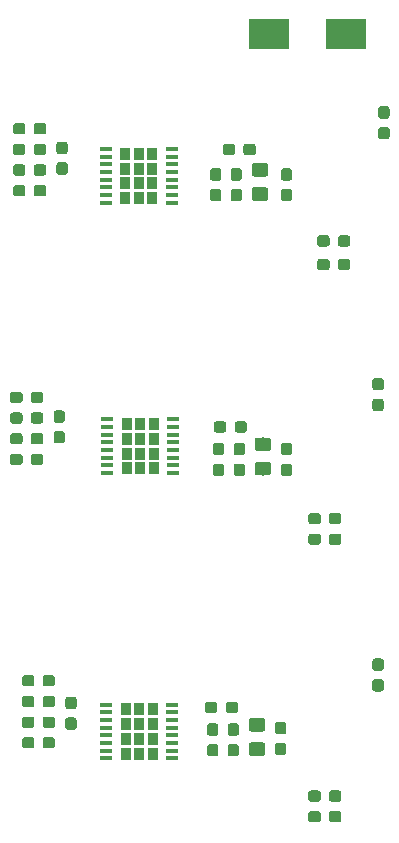
<source format=gbr>
G04 #@! TF.GenerationSoftware,KiCad,Pcbnew,(5.0.1)-3*
G04 #@! TF.CreationDate,2021-04-08T14:22:07+02:00*
G04 #@! TF.ProjectId,MAN_Motor_Drivers,4D414E5F4D6F746F725F447269766572,rev?*
G04 #@! TF.SameCoordinates,Original*
G04 #@! TF.FileFunction,Paste,Top*
G04 #@! TF.FilePolarity,Positive*
%FSLAX46Y46*%
G04 Gerber Fmt 4.6, Leading zero omitted, Abs format (unit mm)*
G04 Created by KiCad (PCBNEW (5.0.1)-3) date 08.04.2021 14:22:07*
%MOMM*%
%LPD*%
G01*
G04 APERTURE LIST*
%ADD10C,0.100000*%
%ADD11C,0.950000*%
%ADD12C,1.150000*%
%ADD13R,1.050000X0.450000*%
%ADD14R,0.880000X1.050000*%
%ADD15R,3.500000X2.500000*%
G04 APERTURE END LIST*
D10*
G04 #@! TO.C,C1*
G36*
X161435779Y-47026144D02*
X161458834Y-47029563D01*
X161481443Y-47035227D01*
X161503387Y-47043079D01*
X161524457Y-47053044D01*
X161544448Y-47065026D01*
X161563168Y-47078910D01*
X161580438Y-47094562D01*
X161596090Y-47111832D01*
X161609974Y-47130552D01*
X161621956Y-47150543D01*
X161631921Y-47171613D01*
X161639773Y-47193557D01*
X161645437Y-47216166D01*
X161648856Y-47239221D01*
X161650000Y-47262500D01*
X161650000Y-47737500D01*
X161648856Y-47760779D01*
X161645437Y-47783834D01*
X161639773Y-47806443D01*
X161631921Y-47828387D01*
X161621956Y-47849457D01*
X161609974Y-47869448D01*
X161596090Y-47888168D01*
X161580438Y-47905438D01*
X161563168Y-47921090D01*
X161544448Y-47934974D01*
X161524457Y-47946956D01*
X161503387Y-47956921D01*
X161481443Y-47964773D01*
X161458834Y-47970437D01*
X161435779Y-47973856D01*
X161412500Y-47975000D01*
X160837500Y-47975000D01*
X160814221Y-47973856D01*
X160791166Y-47970437D01*
X160768557Y-47964773D01*
X160746613Y-47956921D01*
X160725543Y-47946956D01*
X160705552Y-47934974D01*
X160686832Y-47921090D01*
X160669562Y-47905438D01*
X160653910Y-47888168D01*
X160640026Y-47869448D01*
X160628044Y-47849457D01*
X160618079Y-47828387D01*
X160610227Y-47806443D01*
X160604563Y-47783834D01*
X160601144Y-47760779D01*
X160600000Y-47737500D01*
X160600000Y-47262500D01*
X160601144Y-47239221D01*
X160604563Y-47216166D01*
X160610227Y-47193557D01*
X160618079Y-47171613D01*
X160628044Y-47150543D01*
X160640026Y-47130552D01*
X160653910Y-47111832D01*
X160669562Y-47094562D01*
X160686832Y-47078910D01*
X160705552Y-47065026D01*
X160725543Y-47053044D01*
X160746613Y-47043079D01*
X160768557Y-47035227D01*
X160791166Y-47029563D01*
X160814221Y-47026144D01*
X160837500Y-47025000D01*
X161412500Y-47025000D01*
X161435779Y-47026144D01*
X161435779Y-47026144D01*
G37*
D11*
X161125000Y-47500000D03*
D10*
G36*
X163185779Y-47026144D02*
X163208834Y-47029563D01*
X163231443Y-47035227D01*
X163253387Y-47043079D01*
X163274457Y-47053044D01*
X163294448Y-47065026D01*
X163313168Y-47078910D01*
X163330438Y-47094562D01*
X163346090Y-47111832D01*
X163359974Y-47130552D01*
X163371956Y-47150543D01*
X163381921Y-47171613D01*
X163389773Y-47193557D01*
X163395437Y-47216166D01*
X163398856Y-47239221D01*
X163400000Y-47262500D01*
X163400000Y-47737500D01*
X163398856Y-47760779D01*
X163395437Y-47783834D01*
X163389773Y-47806443D01*
X163381921Y-47828387D01*
X163371956Y-47849457D01*
X163359974Y-47869448D01*
X163346090Y-47888168D01*
X163330438Y-47905438D01*
X163313168Y-47921090D01*
X163294448Y-47934974D01*
X163274457Y-47946956D01*
X163253387Y-47956921D01*
X163231443Y-47964773D01*
X163208834Y-47970437D01*
X163185779Y-47973856D01*
X163162500Y-47975000D01*
X162587500Y-47975000D01*
X162564221Y-47973856D01*
X162541166Y-47970437D01*
X162518557Y-47964773D01*
X162496613Y-47956921D01*
X162475543Y-47946956D01*
X162455552Y-47934974D01*
X162436832Y-47921090D01*
X162419562Y-47905438D01*
X162403910Y-47888168D01*
X162390026Y-47869448D01*
X162378044Y-47849457D01*
X162368079Y-47828387D01*
X162360227Y-47806443D01*
X162354563Y-47783834D01*
X162351144Y-47760779D01*
X162350000Y-47737500D01*
X162350000Y-47262500D01*
X162351144Y-47239221D01*
X162354563Y-47216166D01*
X162360227Y-47193557D01*
X162368079Y-47171613D01*
X162378044Y-47150543D01*
X162390026Y-47130552D01*
X162403910Y-47111832D01*
X162419562Y-47094562D01*
X162436832Y-47078910D01*
X162455552Y-47065026D01*
X162475543Y-47053044D01*
X162496613Y-47043079D01*
X162518557Y-47035227D01*
X162541166Y-47029563D01*
X162564221Y-47026144D01*
X162587500Y-47025000D01*
X163162500Y-47025000D01*
X163185779Y-47026144D01*
X163185779Y-47026144D01*
G37*
D11*
X162875000Y-47500000D03*
G04 #@! TD*
D10*
G04 #@! TO.C,C2*
G36*
X160260779Y-49101144D02*
X160283834Y-49104563D01*
X160306443Y-49110227D01*
X160328387Y-49118079D01*
X160349457Y-49128044D01*
X160369448Y-49140026D01*
X160388168Y-49153910D01*
X160405438Y-49169562D01*
X160421090Y-49186832D01*
X160434974Y-49205552D01*
X160446956Y-49225543D01*
X160456921Y-49246613D01*
X160464773Y-49268557D01*
X160470437Y-49291166D01*
X160473856Y-49314221D01*
X160475000Y-49337500D01*
X160475000Y-49912500D01*
X160473856Y-49935779D01*
X160470437Y-49958834D01*
X160464773Y-49981443D01*
X160456921Y-50003387D01*
X160446956Y-50024457D01*
X160434974Y-50044448D01*
X160421090Y-50063168D01*
X160405438Y-50080438D01*
X160388168Y-50096090D01*
X160369448Y-50109974D01*
X160349457Y-50121956D01*
X160328387Y-50131921D01*
X160306443Y-50139773D01*
X160283834Y-50145437D01*
X160260779Y-50148856D01*
X160237500Y-50150000D01*
X159762500Y-50150000D01*
X159739221Y-50148856D01*
X159716166Y-50145437D01*
X159693557Y-50139773D01*
X159671613Y-50131921D01*
X159650543Y-50121956D01*
X159630552Y-50109974D01*
X159611832Y-50096090D01*
X159594562Y-50080438D01*
X159578910Y-50063168D01*
X159565026Y-50044448D01*
X159553044Y-50024457D01*
X159543079Y-50003387D01*
X159535227Y-49981443D01*
X159529563Y-49958834D01*
X159526144Y-49935779D01*
X159525000Y-49912500D01*
X159525000Y-49337500D01*
X159526144Y-49314221D01*
X159529563Y-49291166D01*
X159535227Y-49268557D01*
X159543079Y-49246613D01*
X159553044Y-49225543D01*
X159565026Y-49205552D01*
X159578910Y-49186832D01*
X159594562Y-49169562D01*
X159611832Y-49153910D01*
X159630552Y-49140026D01*
X159650543Y-49128044D01*
X159671613Y-49118079D01*
X159693557Y-49110227D01*
X159716166Y-49104563D01*
X159739221Y-49101144D01*
X159762500Y-49100000D01*
X160237500Y-49100000D01*
X160260779Y-49101144D01*
X160260779Y-49101144D01*
G37*
D11*
X160000000Y-49625000D03*
D10*
G36*
X160260779Y-50851144D02*
X160283834Y-50854563D01*
X160306443Y-50860227D01*
X160328387Y-50868079D01*
X160349457Y-50878044D01*
X160369448Y-50890026D01*
X160388168Y-50903910D01*
X160405438Y-50919562D01*
X160421090Y-50936832D01*
X160434974Y-50955552D01*
X160446956Y-50975543D01*
X160456921Y-50996613D01*
X160464773Y-51018557D01*
X160470437Y-51041166D01*
X160473856Y-51064221D01*
X160475000Y-51087500D01*
X160475000Y-51662500D01*
X160473856Y-51685779D01*
X160470437Y-51708834D01*
X160464773Y-51731443D01*
X160456921Y-51753387D01*
X160446956Y-51774457D01*
X160434974Y-51794448D01*
X160421090Y-51813168D01*
X160405438Y-51830438D01*
X160388168Y-51846090D01*
X160369448Y-51859974D01*
X160349457Y-51871956D01*
X160328387Y-51881921D01*
X160306443Y-51889773D01*
X160283834Y-51895437D01*
X160260779Y-51898856D01*
X160237500Y-51900000D01*
X159762500Y-51900000D01*
X159739221Y-51898856D01*
X159716166Y-51895437D01*
X159693557Y-51889773D01*
X159671613Y-51881921D01*
X159650543Y-51871956D01*
X159630552Y-51859974D01*
X159611832Y-51846090D01*
X159594562Y-51830438D01*
X159578910Y-51813168D01*
X159565026Y-51794448D01*
X159553044Y-51774457D01*
X159543079Y-51753387D01*
X159535227Y-51731443D01*
X159529563Y-51708834D01*
X159526144Y-51685779D01*
X159525000Y-51662500D01*
X159525000Y-51087500D01*
X159526144Y-51064221D01*
X159529563Y-51041166D01*
X159535227Y-51018557D01*
X159543079Y-50996613D01*
X159553044Y-50975543D01*
X159565026Y-50955552D01*
X159578910Y-50936832D01*
X159594562Y-50919562D01*
X159611832Y-50903910D01*
X159630552Y-50890026D01*
X159650543Y-50878044D01*
X159671613Y-50868079D01*
X159693557Y-50860227D01*
X159716166Y-50854563D01*
X159739221Y-50851144D01*
X159762500Y-50850000D01*
X160237500Y-50850000D01*
X160260779Y-50851144D01*
X160260779Y-50851144D01*
G37*
D11*
X160000000Y-51375000D03*
G04 #@! TD*
D10*
G04 #@! TO.C,C3*
G36*
X159935779Y-94276144D02*
X159958834Y-94279563D01*
X159981443Y-94285227D01*
X160003387Y-94293079D01*
X160024457Y-94303044D01*
X160044448Y-94315026D01*
X160063168Y-94328910D01*
X160080438Y-94344562D01*
X160096090Y-94361832D01*
X160109974Y-94380552D01*
X160121956Y-94400543D01*
X160131921Y-94421613D01*
X160139773Y-94443557D01*
X160145437Y-94466166D01*
X160148856Y-94489221D01*
X160150000Y-94512500D01*
X160150000Y-94987500D01*
X160148856Y-95010779D01*
X160145437Y-95033834D01*
X160139773Y-95056443D01*
X160131921Y-95078387D01*
X160121956Y-95099457D01*
X160109974Y-95119448D01*
X160096090Y-95138168D01*
X160080438Y-95155438D01*
X160063168Y-95171090D01*
X160044448Y-95184974D01*
X160024457Y-95196956D01*
X160003387Y-95206921D01*
X159981443Y-95214773D01*
X159958834Y-95220437D01*
X159935779Y-95223856D01*
X159912500Y-95225000D01*
X159337500Y-95225000D01*
X159314221Y-95223856D01*
X159291166Y-95220437D01*
X159268557Y-95214773D01*
X159246613Y-95206921D01*
X159225543Y-95196956D01*
X159205552Y-95184974D01*
X159186832Y-95171090D01*
X159169562Y-95155438D01*
X159153910Y-95138168D01*
X159140026Y-95119448D01*
X159128044Y-95099457D01*
X159118079Y-95078387D01*
X159110227Y-95056443D01*
X159104563Y-95033834D01*
X159101144Y-95010779D01*
X159100000Y-94987500D01*
X159100000Y-94512500D01*
X159101144Y-94489221D01*
X159104563Y-94466166D01*
X159110227Y-94443557D01*
X159118079Y-94421613D01*
X159128044Y-94400543D01*
X159140026Y-94380552D01*
X159153910Y-94361832D01*
X159169562Y-94344562D01*
X159186832Y-94328910D01*
X159205552Y-94315026D01*
X159225543Y-94303044D01*
X159246613Y-94293079D01*
X159268557Y-94285227D01*
X159291166Y-94279563D01*
X159314221Y-94276144D01*
X159337500Y-94275000D01*
X159912500Y-94275000D01*
X159935779Y-94276144D01*
X159935779Y-94276144D01*
G37*
D11*
X159625000Y-94750000D03*
D10*
G36*
X161685779Y-94276144D02*
X161708834Y-94279563D01*
X161731443Y-94285227D01*
X161753387Y-94293079D01*
X161774457Y-94303044D01*
X161794448Y-94315026D01*
X161813168Y-94328910D01*
X161830438Y-94344562D01*
X161846090Y-94361832D01*
X161859974Y-94380552D01*
X161871956Y-94400543D01*
X161881921Y-94421613D01*
X161889773Y-94443557D01*
X161895437Y-94466166D01*
X161898856Y-94489221D01*
X161900000Y-94512500D01*
X161900000Y-94987500D01*
X161898856Y-95010779D01*
X161895437Y-95033834D01*
X161889773Y-95056443D01*
X161881921Y-95078387D01*
X161871956Y-95099457D01*
X161859974Y-95119448D01*
X161846090Y-95138168D01*
X161830438Y-95155438D01*
X161813168Y-95171090D01*
X161794448Y-95184974D01*
X161774457Y-95196956D01*
X161753387Y-95206921D01*
X161731443Y-95214773D01*
X161708834Y-95220437D01*
X161685779Y-95223856D01*
X161662500Y-95225000D01*
X161087500Y-95225000D01*
X161064221Y-95223856D01*
X161041166Y-95220437D01*
X161018557Y-95214773D01*
X160996613Y-95206921D01*
X160975543Y-95196956D01*
X160955552Y-95184974D01*
X160936832Y-95171090D01*
X160919562Y-95155438D01*
X160903910Y-95138168D01*
X160890026Y-95119448D01*
X160878044Y-95099457D01*
X160868079Y-95078387D01*
X160860227Y-95056443D01*
X160854563Y-95033834D01*
X160851144Y-95010779D01*
X160850000Y-94987500D01*
X160850000Y-94512500D01*
X160851144Y-94489221D01*
X160854563Y-94466166D01*
X160860227Y-94443557D01*
X160868079Y-94421613D01*
X160878044Y-94400543D01*
X160890026Y-94380552D01*
X160903910Y-94361832D01*
X160919562Y-94344562D01*
X160936832Y-94328910D01*
X160955552Y-94315026D01*
X160975543Y-94303044D01*
X160996613Y-94293079D01*
X161018557Y-94285227D01*
X161041166Y-94279563D01*
X161064221Y-94276144D01*
X161087500Y-94275000D01*
X161662500Y-94275000D01*
X161685779Y-94276144D01*
X161685779Y-94276144D01*
G37*
D11*
X161375000Y-94750000D03*
G04 #@! TD*
D10*
G04 #@! TO.C,C4*
G36*
X160010779Y-96101144D02*
X160033834Y-96104563D01*
X160056443Y-96110227D01*
X160078387Y-96118079D01*
X160099457Y-96128044D01*
X160119448Y-96140026D01*
X160138168Y-96153910D01*
X160155438Y-96169562D01*
X160171090Y-96186832D01*
X160184974Y-96205552D01*
X160196956Y-96225543D01*
X160206921Y-96246613D01*
X160214773Y-96268557D01*
X160220437Y-96291166D01*
X160223856Y-96314221D01*
X160225000Y-96337500D01*
X160225000Y-96912500D01*
X160223856Y-96935779D01*
X160220437Y-96958834D01*
X160214773Y-96981443D01*
X160206921Y-97003387D01*
X160196956Y-97024457D01*
X160184974Y-97044448D01*
X160171090Y-97063168D01*
X160155438Y-97080438D01*
X160138168Y-97096090D01*
X160119448Y-97109974D01*
X160099457Y-97121956D01*
X160078387Y-97131921D01*
X160056443Y-97139773D01*
X160033834Y-97145437D01*
X160010779Y-97148856D01*
X159987500Y-97150000D01*
X159512500Y-97150000D01*
X159489221Y-97148856D01*
X159466166Y-97145437D01*
X159443557Y-97139773D01*
X159421613Y-97131921D01*
X159400543Y-97121956D01*
X159380552Y-97109974D01*
X159361832Y-97096090D01*
X159344562Y-97080438D01*
X159328910Y-97063168D01*
X159315026Y-97044448D01*
X159303044Y-97024457D01*
X159293079Y-97003387D01*
X159285227Y-96981443D01*
X159279563Y-96958834D01*
X159276144Y-96935779D01*
X159275000Y-96912500D01*
X159275000Y-96337500D01*
X159276144Y-96314221D01*
X159279563Y-96291166D01*
X159285227Y-96268557D01*
X159293079Y-96246613D01*
X159303044Y-96225543D01*
X159315026Y-96205552D01*
X159328910Y-96186832D01*
X159344562Y-96169562D01*
X159361832Y-96153910D01*
X159380552Y-96140026D01*
X159400543Y-96128044D01*
X159421613Y-96118079D01*
X159443557Y-96110227D01*
X159466166Y-96104563D01*
X159489221Y-96101144D01*
X159512500Y-96100000D01*
X159987500Y-96100000D01*
X160010779Y-96101144D01*
X160010779Y-96101144D01*
G37*
D11*
X159750000Y-96625000D03*
D10*
G36*
X160010779Y-97851144D02*
X160033834Y-97854563D01*
X160056443Y-97860227D01*
X160078387Y-97868079D01*
X160099457Y-97878044D01*
X160119448Y-97890026D01*
X160138168Y-97903910D01*
X160155438Y-97919562D01*
X160171090Y-97936832D01*
X160184974Y-97955552D01*
X160196956Y-97975543D01*
X160206921Y-97996613D01*
X160214773Y-98018557D01*
X160220437Y-98041166D01*
X160223856Y-98064221D01*
X160225000Y-98087500D01*
X160225000Y-98662500D01*
X160223856Y-98685779D01*
X160220437Y-98708834D01*
X160214773Y-98731443D01*
X160206921Y-98753387D01*
X160196956Y-98774457D01*
X160184974Y-98794448D01*
X160171090Y-98813168D01*
X160155438Y-98830438D01*
X160138168Y-98846090D01*
X160119448Y-98859974D01*
X160099457Y-98871956D01*
X160078387Y-98881921D01*
X160056443Y-98889773D01*
X160033834Y-98895437D01*
X160010779Y-98898856D01*
X159987500Y-98900000D01*
X159512500Y-98900000D01*
X159489221Y-98898856D01*
X159466166Y-98895437D01*
X159443557Y-98889773D01*
X159421613Y-98881921D01*
X159400543Y-98871956D01*
X159380552Y-98859974D01*
X159361832Y-98846090D01*
X159344562Y-98830438D01*
X159328910Y-98813168D01*
X159315026Y-98794448D01*
X159303044Y-98774457D01*
X159293079Y-98753387D01*
X159285227Y-98731443D01*
X159279563Y-98708834D01*
X159276144Y-98685779D01*
X159275000Y-98662500D01*
X159275000Y-98087500D01*
X159276144Y-98064221D01*
X159279563Y-98041166D01*
X159285227Y-98018557D01*
X159293079Y-97996613D01*
X159303044Y-97975543D01*
X159315026Y-97955552D01*
X159328910Y-97936832D01*
X159344562Y-97919562D01*
X159361832Y-97903910D01*
X159380552Y-97890026D01*
X159400543Y-97878044D01*
X159421613Y-97868079D01*
X159443557Y-97860227D01*
X159466166Y-97854563D01*
X159489221Y-97851144D01*
X159512500Y-97850000D01*
X159987500Y-97850000D01*
X160010779Y-97851144D01*
X160010779Y-97851144D01*
G37*
D11*
X159750000Y-98375000D03*
G04 #@! TD*
D10*
G04 #@! TO.C,C5*
G36*
X162435779Y-70526144D02*
X162458834Y-70529563D01*
X162481443Y-70535227D01*
X162503387Y-70543079D01*
X162524457Y-70553044D01*
X162544448Y-70565026D01*
X162563168Y-70578910D01*
X162580438Y-70594562D01*
X162596090Y-70611832D01*
X162609974Y-70630552D01*
X162621956Y-70650543D01*
X162631921Y-70671613D01*
X162639773Y-70693557D01*
X162645437Y-70716166D01*
X162648856Y-70739221D01*
X162650000Y-70762500D01*
X162650000Y-71237500D01*
X162648856Y-71260779D01*
X162645437Y-71283834D01*
X162639773Y-71306443D01*
X162631921Y-71328387D01*
X162621956Y-71349457D01*
X162609974Y-71369448D01*
X162596090Y-71388168D01*
X162580438Y-71405438D01*
X162563168Y-71421090D01*
X162544448Y-71434974D01*
X162524457Y-71446956D01*
X162503387Y-71456921D01*
X162481443Y-71464773D01*
X162458834Y-71470437D01*
X162435779Y-71473856D01*
X162412500Y-71475000D01*
X161837500Y-71475000D01*
X161814221Y-71473856D01*
X161791166Y-71470437D01*
X161768557Y-71464773D01*
X161746613Y-71456921D01*
X161725543Y-71446956D01*
X161705552Y-71434974D01*
X161686832Y-71421090D01*
X161669562Y-71405438D01*
X161653910Y-71388168D01*
X161640026Y-71369448D01*
X161628044Y-71349457D01*
X161618079Y-71328387D01*
X161610227Y-71306443D01*
X161604563Y-71283834D01*
X161601144Y-71260779D01*
X161600000Y-71237500D01*
X161600000Y-70762500D01*
X161601144Y-70739221D01*
X161604563Y-70716166D01*
X161610227Y-70693557D01*
X161618079Y-70671613D01*
X161628044Y-70650543D01*
X161640026Y-70630552D01*
X161653910Y-70611832D01*
X161669562Y-70594562D01*
X161686832Y-70578910D01*
X161705552Y-70565026D01*
X161725543Y-70553044D01*
X161746613Y-70543079D01*
X161768557Y-70535227D01*
X161791166Y-70529563D01*
X161814221Y-70526144D01*
X161837500Y-70525000D01*
X162412500Y-70525000D01*
X162435779Y-70526144D01*
X162435779Y-70526144D01*
G37*
D11*
X162125000Y-71000000D03*
D10*
G36*
X160685779Y-70526144D02*
X160708834Y-70529563D01*
X160731443Y-70535227D01*
X160753387Y-70543079D01*
X160774457Y-70553044D01*
X160794448Y-70565026D01*
X160813168Y-70578910D01*
X160830438Y-70594562D01*
X160846090Y-70611832D01*
X160859974Y-70630552D01*
X160871956Y-70650543D01*
X160881921Y-70671613D01*
X160889773Y-70693557D01*
X160895437Y-70716166D01*
X160898856Y-70739221D01*
X160900000Y-70762500D01*
X160900000Y-71237500D01*
X160898856Y-71260779D01*
X160895437Y-71283834D01*
X160889773Y-71306443D01*
X160881921Y-71328387D01*
X160871956Y-71349457D01*
X160859974Y-71369448D01*
X160846090Y-71388168D01*
X160830438Y-71405438D01*
X160813168Y-71421090D01*
X160794448Y-71434974D01*
X160774457Y-71446956D01*
X160753387Y-71456921D01*
X160731443Y-71464773D01*
X160708834Y-71470437D01*
X160685779Y-71473856D01*
X160662500Y-71475000D01*
X160087500Y-71475000D01*
X160064221Y-71473856D01*
X160041166Y-71470437D01*
X160018557Y-71464773D01*
X159996613Y-71456921D01*
X159975543Y-71446956D01*
X159955552Y-71434974D01*
X159936832Y-71421090D01*
X159919562Y-71405438D01*
X159903910Y-71388168D01*
X159890026Y-71369448D01*
X159878044Y-71349457D01*
X159868079Y-71328387D01*
X159860227Y-71306443D01*
X159854563Y-71283834D01*
X159851144Y-71260779D01*
X159850000Y-71237500D01*
X159850000Y-70762500D01*
X159851144Y-70739221D01*
X159854563Y-70716166D01*
X159860227Y-70693557D01*
X159868079Y-70671613D01*
X159878044Y-70650543D01*
X159890026Y-70630552D01*
X159903910Y-70611832D01*
X159919562Y-70594562D01*
X159936832Y-70578910D01*
X159955552Y-70565026D01*
X159975543Y-70553044D01*
X159996613Y-70543079D01*
X160018557Y-70535227D01*
X160041166Y-70529563D01*
X160064221Y-70526144D01*
X160087500Y-70525000D01*
X160662500Y-70525000D01*
X160685779Y-70526144D01*
X160685779Y-70526144D01*
G37*
D11*
X160375000Y-71000000D03*
G04 #@! TD*
D10*
G04 #@! TO.C,C6*
G36*
X160510779Y-74101144D02*
X160533834Y-74104563D01*
X160556443Y-74110227D01*
X160578387Y-74118079D01*
X160599457Y-74128044D01*
X160619448Y-74140026D01*
X160638168Y-74153910D01*
X160655438Y-74169562D01*
X160671090Y-74186832D01*
X160684974Y-74205552D01*
X160696956Y-74225543D01*
X160706921Y-74246613D01*
X160714773Y-74268557D01*
X160720437Y-74291166D01*
X160723856Y-74314221D01*
X160725000Y-74337500D01*
X160725000Y-74912500D01*
X160723856Y-74935779D01*
X160720437Y-74958834D01*
X160714773Y-74981443D01*
X160706921Y-75003387D01*
X160696956Y-75024457D01*
X160684974Y-75044448D01*
X160671090Y-75063168D01*
X160655438Y-75080438D01*
X160638168Y-75096090D01*
X160619448Y-75109974D01*
X160599457Y-75121956D01*
X160578387Y-75131921D01*
X160556443Y-75139773D01*
X160533834Y-75145437D01*
X160510779Y-75148856D01*
X160487500Y-75150000D01*
X160012500Y-75150000D01*
X159989221Y-75148856D01*
X159966166Y-75145437D01*
X159943557Y-75139773D01*
X159921613Y-75131921D01*
X159900543Y-75121956D01*
X159880552Y-75109974D01*
X159861832Y-75096090D01*
X159844562Y-75080438D01*
X159828910Y-75063168D01*
X159815026Y-75044448D01*
X159803044Y-75024457D01*
X159793079Y-75003387D01*
X159785227Y-74981443D01*
X159779563Y-74958834D01*
X159776144Y-74935779D01*
X159775000Y-74912500D01*
X159775000Y-74337500D01*
X159776144Y-74314221D01*
X159779563Y-74291166D01*
X159785227Y-74268557D01*
X159793079Y-74246613D01*
X159803044Y-74225543D01*
X159815026Y-74205552D01*
X159828910Y-74186832D01*
X159844562Y-74169562D01*
X159861832Y-74153910D01*
X159880552Y-74140026D01*
X159900543Y-74128044D01*
X159921613Y-74118079D01*
X159943557Y-74110227D01*
X159966166Y-74104563D01*
X159989221Y-74101144D01*
X160012500Y-74100000D01*
X160487500Y-74100000D01*
X160510779Y-74101144D01*
X160510779Y-74101144D01*
G37*
D11*
X160250000Y-74625000D03*
D10*
G36*
X160510779Y-72351144D02*
X160533834Y-72354563D01*
X160556443Y-72360227D01*
X160578387Y-72368079D01*
X160599457Y-72378044D01*
X160619448Y-72390026D01*
X160638168Y-72403910D01*
X160655438Y-72419562D01*
X160671090Y-72436832D01*
X160684974Y-72455552D01*
X160696956Y-72475543D01*
X160706921Y-72496613D01*
X160714773Y-72518557D01*
X160720437Y-72541166D01*
X160723856Y-72564221D01*
X160725000Y-72587500D01*
X160725000Y-73162500D01*
X160723856Y-73185779D01*
X160720437Y-73208834D01*
X160714773Y-73231443D01*
X160706921Y-73253387D01*
X160696956Y-73274457D01*
X160684974Y-73294448D01*
X160671090Y-73313168D01*
X160655438Y-73330438D01*
X160638168Y-73346090D01*
X160619448Y-73359974D01*
X160599457Y-73371956D01*
X160578387Y-73381921D01*
X160556443Y-73389773D01*
X160533834Y-73395437D01*
X160510779Y-73398856D01*
X160487500Y-73400000D01*
X160012500Y-73400000D01*
X159989221Y-73398856D01*
X159966166Y-73395437D01*
X159943557Y-73389773D01*
X159921613Y-73381921D01*
X159900543Y-73371956D01*
X159880552Y-73359974D01*
X159861832Y-73346090D01*
X159844562Y-73330438D01*
X159828910Y-73313168D01*
X159815026Y-73294448D01*
X159803044Y-73274457D01*
X159793079Y-73253387D01*
X159785227Y-73231443D01*
X159779563Y-73208834D01*
X159776144Y-73185779D01*
X159775000Y-73162500D01*
X159775000Y-72587500D01*
X159776144Y-72564221D01*
X159779563Y-72541166D01*
X159785227Y-72518557D01*
X159793079Y-72496613D01*
X159803044Y-72475543D01*
X159815026Y-72455552D01*
X159828910Y-72436832D01*
X159844562Y-72419562D01*
X159861832Y-72403910D01*
X159880552Y-72390026D01*
X159900543Y-72378044D01*
X159921613Y-72368079D01*
X159943557Y-72360227D01*
X159966166Y-72354563D01*
X159989221Y-72351144D01*
X160012500Y-72350000D01*
X160487500Y-72350000D01*
X160510779Y-72351144D01*
X160510779Y-72351144D01*
G37*
D11*
X160250000Y-72875000D03*
G04 #@! TD*
D10*
G04 #@! TO.C,C7*
G36*
X162010779Y-50851144D02*
X162033834Y-50854563D01*
X162056443Y-50860227D01*
X162078387Y-50868079D01*
X162099457Y-50878044D01*
X162119448Y-50890026D01*
X162138168Y-50903910D01*
X162155438Y-50919562D01*
X162171090Y-50936832D01*
X162184974Y-50955552D01*
X162196956Y-50975543D01*
X162206921Y-50996613D01*
X162214773Y-51018557D01*
X162220437Y-51041166D01*
X162223856Y-51064221D01*
X162225000Y-51087500D01*
X162225000Y-51662500D01*
X162223856Y-51685779D01*
X162220437Y-51708834D01*
X162214773Y-51731443D01*
X162206921Y-51753387D01*
X162196956Y-51774457D01*
X162184974Y-51794448D01*
X162171090Y-51813168D01*
X162155438Y-51830438D01*
X162138168Y-51846090D01*
X162119448Y-51859974D01*
X162099457Y-51871956D01*
X162078387Y-51881921D01*
X162056443Y-51889773D01*
X162033834Y-51895437D01*
X162010779Y-51898856D01*
X161987500Y-51900000D01*
X161512500Y-51900000D01*
X161489221Y-51898856D01*
X161466166Y-51895437D01*
X161443557Y-51889773D01*
X161421613Y-51881921D01*
X161400543Y-51871956D01*
X161380552Y-51859974D01*
X161361832Y-51846090D01*
X161344562Y-51830438D01*
X161328910Y-51813168D01*
X161315026Y-51794448D01*
X161303044Y-51774457D01*
X161293079Y-51753387D01*
X161285227Y-51731443D01*
X161279563Y-51708834D01*
X161276144Y-51685779D01*
X161275000Y-51662500D01*
X161275000Y-51087500D01*
X161276144Y-51064221D01*
X161279563Y-51041166D01*
X161285227Y-51018557D01*
X161293079Y-50996613D01*
X161303044Y-50975543D01*
X161315026Y-50955552D01*
X161328910Y-50936832D01*
X161344562Y-50919562D01*
X161361832Y-50903910D01*
X161380552Y-50890026D01*
X161400543Y-50878044D01*
X161421613Y-50868079D01*
X161443557Y-50860227D01*
X161466166Y-50854563D01*
X161489221Y-50851144D01*
X161512500Y-50850000D01*
X161987500Y-50850000D01*
X162010779Y-50851144D01*
X162010779Y-50851144D01*
G37*
D11*
X161750000Y-51375000D03*
D10*
G36*
X162010779Y-49101144D02*
X162033834Y-49104563D01*
X162056443Y-49110227D01*
X162078387Y-49118079D01*
X162099457Y-49128044D01*
X162119448Y-49140026D01*
X162138168Y-49153910D01*
X162155438Y-49169562D01*
X162171090Y-49186832D01*
X162184974Y-49205552D01*
X162196956Y-49225543D01*
X162206921Y-49246613D01*
X162214773Y-49268557D01*
X162220437Y-49291166D01*
X162223856Y-49314221D01*
X162225000Y-49337500D01*
X162225000Y-49912500D01*
X162223856Y-49935779D01*
X162220437Y-49958834D01*
X162214773Y-49981443D01*
X162206921Y-50003387D01*
X162196956Y-50024457D01*
X162184974Y-50044448D01*
X162171090Y-50063168D01*
X162155438Y-50080438D01*
X162138168Y-50096090D01*
X162119448Y-50109974D01*
X162099457Y-50121956D01*
X162078387Y-50131921D01*
X162056443Y-50139773D01*
X162033834Y-50145437D01*
X162010779Y-50148856D01*
X161987500Y-50150000D01*
X161512500Y-50150000D01*
X161489221Y-50148856D01*
X161466166Y-50145437D01*
X161443557Y-50139773D01*
X161421613Y-50131921D01*
X161400543Y-50121956D01*
X161380552Y-50109974D01*
X161361832Y-50096090D01*
X161344562Y-50080438D01*
X161328910Y-50063168D01*
X161315026Y-50044448D01*
X161303044Y-50024457D01*
X161293079Y-50003387D01*
X161285227Y-49981443D01*
X161279563Y-49958834D01*
X161276144Y-49935779D01*
X161275000Y-49912500D01*
X161275000Y-49337500D01*
X161276144Y-49314221D01*
X161279563Y-49291166D01*
X161285227Y-49268557D01*
X161293079Y-49246613D01*
X161303044Y-49225543D01*
X161315026Y-49205552D01*
X161328910Y-49186832D01*
X161344562Y-49169562D01*
X161361832Y-49153910D01*
X161380552Y-49140026D01*
X161400543Y-49128044D01*
X161421613Y-49118079D01*
X161443557Y-49110227D01*
X161466166Y-49104563D01*
X161489221Y-49101144D01*
X161512500Y-49100000D01*
X161987500Y-49100000D01*
X162010779Y-49101144D01*
X162010779Y-49101144D01*
G37*
D11*
X161750000Y-49625000D03*
G04 #@! TD*
D10*
G04 #@! TO.C,C8*
G36*
X161760779Y-96101144D02*
X161783834Y-96104563D01*
X161806443Y-96110227D01*
X161828387Y-96118079D01*
X161849457Y-96128044D01*
X161869448Y-96140026D01*
X161888168Y-96153910D01*
X161905438Y-96169562D01*
X161921090Y-96186832D01*
X161934974Y-96205552D01*
X161946956Y-96225543D01*
X161956921Y-96246613D01*
X161964773Y-96268557D01*
X161970437Y-96291166D01*
X161973856Y-96314221D01*
X161975000Y-96337500D01*
X161975000Y-96912500D01*
X161973856Y-96935779D01*
X161970437Y-96958834D01*
X161964773Y-96981443D01*
X161956921Y-97003387D01*
X161946956Y-97024457D01*
X161934974Y-97044448D01*
X161921090Y-97063168D01*
X161905438Y-97080438D01*
X161888168Y-97096090D01*
X161869448Y-97109974D01*
X161849457Y-97121956D01*
X161828387Y-97131921D01*
X161806443Y-97139773D01*
X161783834Y-97145437D01*
X161760779Y-97148856D01*
X161737500Y-97150000D01*
X161262500Y-97150000D01*
X161239221Y-97148856D01*
X161216166Y-97145437D01*
X161193557Y-97139773D01*
X161171613Y-97131921D01*
X161150543Y-97121956D01*
X161130552Y-97109974D01*
X161111832Y-97096090D01*
X161094562Y-97080438D01*
X161078910Y-97063168D01*
X161065026Y-97044448D01*
X161053044Y-97024457D01*
X161043079Y-97003387D01*
X161035227Y-96981443D01*
X161029563Y-96958834D01*
X161026144Y-96935779D01*
X161025000Y-96912500D01*
X161025000Y-96337500D01*
X161026144Y-96314221D01*
X161029563Y-96291166D01*
X161035227Y-96268557D01*
X161043079Y-96246613D01*
X161053044Y-96225543D01*
X161065026Y-96205552D01*
X161078910Y-96186832D01*
X161094562Y-96169562D01*
X161111832Y-96153910D01*
X161130552Y-96140026D01*
X161150543Y-96128044D01*
X161171613Y-96118079D01*
X161193557Y-96110227D01*
X161216166Y-96104563D01*
X161239221Y-96101144D01*
X161262500Y-96100000D01*
X161737500Y-96100000D01*
X161760779Y-96101144D01*
X161760779Y-96101144D01*
G37*
D11*
X161500000Y-96625000D03*
D10*
G36*
X161760779Y-97851144D02*
X161783834Y-97854563D01*
X161806443Y-97860227D01*
X161828387Y-97868079D01*
X161849457Y-97878044D01*
X161869448Y-97890026D01*
X161888168Y-97903910D01*
X161905438Y-97919562D01*
X161921090Y-97936832D01*
X161934974Y-97955552D01*
X161946956Y-97975543D01*
X161956921Y-97996613D01*
X161964773Y-98018557D01*
X161970437Y-98041166D01*
X161973856Y-98064221D01*
X161975000Y-98087500D01*
X161975000Y-98662500D01*
X161973856Y-98685779D01*
X161970437Y-98708834D01*
X161964773Y-98731443D01*
X161956921Y-98753387D01*
X161946956Y-98774457D01*
X161934974Y-98794448D01*
X161921090Y-98813168D01*
X161905438Y-98830438D01*
X161888168Y-98846090D01*
X161869448Y-98859974D01*
X161849457Y-98871956D01*
X161828387Y-98881921D01*
X161806443Y-98889773D01*
X161783834Y-98895437D01*
X161760779Y-98898856D01*
X161737500Y-98900000D01*
X161262500Y-98900000D01*
X161239221Y-98898856D01*
X161216166Y-98895437D01*
X161193557Y-98889773D01*
X161171613Y-98881921D01*
X161150543Y-98871956D01*
X161130552Y-98859974D01*
X161111832Y-98846090D01*
X161094562Y-98830438D01*
X161078910Y-98813168D01*
X161065026Y-98794448D01*
X161053044Y-98774457D01*
X161043079Y-98753387D01*
X161035227Y-98731443D01*
X161029563Y-98708834D01*
X161026144Y-98685779D01*
X161025000Y-98662500D01*
X161025000Y-98087500D01*
X161026144Y-98064221D01*
X161029563Y-98041166D01*
X161035227Y-98018557D01*
X161043079Y-97996613D01*
X161053044Y-97975543D01*
X161065026Y-97955552D01*
X161078910Y-97936832D01*
X161094562Y-97919562D01*
X161111832Y-97903910D01*
X161130552Y-97890026D01*
X161150543Y-97878044D01*
X161171613Y-97868079D01*
X161193557Y-97860227D01*
X161216166Y-97854563D01*
X161239221Y-97851144D01*
X161262500Y-97850000D01*
X161737500Y-97850000D01*
X161760779Y-97851144D01*
X161760779Y-97851144D01*
G37*
D11*
X161500000Y-98375000D03*
G04 #@! TD*
D10*
G04 #@! TO.C,C9*
G36*
X162260779Y-74101144D02*
X162283834Y-74104563D01*
X162306443Y-74110227D01*
X162328387Y-74118079D01*
X162349457Y-74128044D01*
X162369448Y-74140026D01*
X162388168Y-74153910D01*
X162405438Y-74169562D01*
X162421090Y-74186832D01*
X162434974Y-74205552D01*
X162446956Y-74225543D01*
X162456921Y-74246613D01*
X162464773Y-74268557D01*
X162470437Y-74291166D01*
X162473856Y-74314221D01*
X162475000Y-74337500D01*
X162475000Y-74912500D01*
X162473856Y-74935779D01*
X162470437Y-74958834D01*
X162464773Y-74981443D01*
X162456921Y-75003387D01*
X162446956Y-75024457D01*
X162434974Y-75044448D01*
X162421090Y-75063168D01*
X162405438Y-75080438D01*
X162388168Y-75096090D01*
X162369448Y-75109974D01*
X162349457Y-75121956D01*
X162328387Y-75131921D01*
X162306443Y-75139773D01*
X162283834Y-75145437D01*
X162260779Y-75148856D01*
X162237500Y-75150000D01*
X161762500Y-75150000D01*
X161739221Y-75148856D01*
X161716166Y-75145437D01*
X161693557Y-75139773D01*
X161671613Y-75131921D01*
X161650543Y-75121956D01*
X161630552Y-75109974D01*
X161611832Y-75096090D01*
X161594562Y-75080438D01*
X161578910Y-75063168D01*
X161565026Y-75044448D01*
X161553044Y-75024457D01*
X161543079Y-75003387D01*
X161535227Y-74981443D01*
X161529563Y-74958834D01*
X161526144Y-74935779D01*
X161525000Y-74912500D01*
X161525000Y-74337500D01*
X161526144Y-74314221D01*
X161529563Y-74291166D01*
X161535227Y-74268557D01*
X161543079Y-74246613D01*
X161553044Y-74225543D01*
X161565026Y-74205552D01*
X161578910Y-74186832D01*
X161594562Y-74169562D01*
X161611832Y-74153910D01*
X161630552Y-74140026D01*
X161650543Y-74128044D01*
X161671613Y-74118079D01*
X161693557Y-74110227D01*
X161716166Y-74104563D01*
X161739221Y-74101144D01*
X161762500Y-74100000D01*
X162237500Y-74100000D01*
X162260779Y-74101144D01*
X162260779Y-74101144D01*
G37*
D11*
X162000000Y-74625000D03*
D10*
G36*
X162260779Y-72351144D02*
X162283834Y-72354563D01*
X162306443Y-72360227D01*
X162328387Y-72368079D01*
X162349457Y-72378044D01*
X162369448Y-72390026D01*
X162388168Y-72403910D01*
X162405438Y-72419562D01*
X162421090Y-72436832D01*
X162434974Y-72455552D01*
X162446956Y-72475543D01*
X162456921Y-72496613D01*
X162464773Y-72518557D01*
X162470437Y-72541166D01*
X162473856Y-72564221D01*
X162475000Y-72587500D01*
X162475000Y-73162500D01*
X162473856Y-73185779D01*
X162470437Y-73208834D01*
X162464773Y-73231443D01*
X162456921Y-73253387D01*
X162446956Y-73274457D01*
X162434974Y-73294448D01*
X162421090Y-73313168D01*
X162405438Y-73330438D01*
X162388168Y-73346090D01*
X162369448Y-73359974D01*
X162349457Y-73371956D01*
X162328387Y-73381921D01*
X162306443Y-73389773D01*
X162283834Y-73395437D01*
X162260779Y-73398856D01*
X162237500Y-73400000D01*
X161762500Y-73400000D01*
X161739221Y-73398856D01*
X161716166Y-73395437D01*
X161693557Y-73389773D01*
X161671613Y-73381921D01*
X161650543Y-73371956D01*
X161630552Y-73359974D01*
X161611832Y-73346090D01*
X161594562Y-73330438D01*
X161578910Y-73313168D01*
X161565026Y-73294448D01*
X161553044Y-73274457D01*
X161543079Y-73253387D01*
X161535227Y-73231443D01*
X161529563Y-73208834D01*
X161526144Y-73185779D01*
X161525000Y-73162500D01*
X161525000Y-72587500D01*
X161526144Y-72564221D01*
X161529563Y-72541166D01*
X161535227Y-72518557D01*
X161543079Y-72496613D01*
X161553044Y-72475543D01*
X161565026Y-72455552D01*
X161578910Y-72436832D01*
X161594562Y-72419562D01*
X161611832Y-72403910D01*
X161630552Y-72390026D01*
X161650543Y-72378044D01*
X161671613Y-72368079D01*
X161693557Y-72360227D01*
X161716166Y-72354563D01*
X161739221Y-72351144D01*
X161762500Y-72350000D01*
X162237500Y-72350000D01*
X162260779Y-72351144D01*
X162260779Y-72351144D01*
G37*
D11*
X162000000Y-72875000D03*
G04 #@! TD*
D10*
G04 #@! TO.C,C10*
G36*
X164224505Y-50701204D02*
X164248773Y-50704804D01*
X164272572Y-50710765D01*
X164295671Y-50719030D01*
X164317850Y-50729520D01*
X164338893Y-50742132D01*
X164358599Y-50756747D01*
X164376777Y-50773223D01*
X164393253Y-50791401D01*
X164407868Y-50811107D01*
X164420480Y-50832150D01*
X164430970Y-50854329D01*
X164439235Y-50877428D01*
X164445196Y-50901227D01*
X164448796Y-50925495D01*
X164450000Y-50949999D01*
X164450000Y-51600001D01*
X164448796Y-51624505D01*
X164445196Y-51648773D01*
X164439235Y-51672572D01*
X164430970Y-51695671D01*
X164420480Y-51717850D01*
X164407868Y-51738893D01*
X164393253Y-51758599D01*
X164376777Y-51776777D01*
X164358599Y-51793253D01*
X164338893Y-51807868D01*
X164317850Y-51820480D01*
X164295671Y-51830970D01*
X164272572Y-51839235D01*
X164248773Y-51845196D01*
X164224505Y-51848796D01*
X164200001Y-51850000D01*
X163299999Y-51850000D01*
X163275495Y-51848796D01*
X163251227Y-51845196D01*
X163227428Y-51839235D01*
X163204329Y-51830970D01*
X163182150Y-51820480D01*
X163161107Y-51807868D01*
X163141401Y-51793253D01*
X163123223Y-51776777D01*
X163106747Y-51758599D01*
X163092132Y-51738893D01*
X163079520Y-51717850D01*
X163069030Y-51695671D01*
X163060765Y-51672572D01*
X163054804Y-51648773D01*
X163051204Y-51624505D01*
X163050000Y-51600001D01*
X163050000Y-50949999D01*
X163051204Y-50925495D01*
X163054804Y-50901227D01*
X163060765Y-50877428D01*
X163069030Y-50854329D01*
X163079520Y-50832150D01*
X163092132Y-50811107D01*
X163106747Y-50791401D01*
X163123223Y-50773223D01*
X163141401Y-50756747D01*
X163161107Y-50742132D01*
X163182150Y-50729520D01*
X163204329Y-50719030D01*
X163227428Y-50710765D01*
X163251227Y-50704804D01*
X163275495Y-50701204D01*
X163299999Y-50700000D01*
X164200001Y-50700000D01*
X164224505Y-50701204D01*
X164224505Y-50701204D01*
G37*
D12*
X163750000Y-51275000D03*
D10*
G36*
X164224505Y-48651204D02*
X164248773Y-48654804D01*
X164272572Y-48660765D01*
X164295671Y-48669030D01*
X164317850Y-48679520D01*
X164338893Y-48692132D01*
X164358599Y-48706747D01*
X164376777Y-48723223D01*
X164393253Y-48741401D01*
X164407868Y-48761107D01*
X164420480Y-48782150D01*
X164430970Y-48804329D01*
X164439235Y-48827428D01*
X164445196Y-48851227D01*
X164448796Y-48875495D01*
X164450000Y-48899999D01*
X164450000Y-49550001D01*
X164448796Y-49574505D01*
X164445196Y-49598773D01*
X164439235Y-49622572D01*
X164430970Y-49645671D01*
X164420480Y-49667850D01*
X164407868Y-49688893D01*
X164393253Y-49708599D01*
X164376777Y-49726777D01*
X164358599Y-49743253D01*
X164338893Y-49757868D01*
X164317850Y-49770480D01*
X164295671Y-49780970D01*
X164272572Y-49789235D01*
X164248773Y-49795196D01*
X164224505Y-49798796D01*
X164200001Y-49800000D01*
X163299999Y-49800000D01*
X163275495Y-49798796D01*
X163251227Y-49795196D01*
X163227428Y-49789235D01*
X163204329Y-49780970D01*
X163182150Y-49770480D01*
X163161107Y-49757868D01*
X163141401Y-49743253D01*
X163123223Y-49726777D01*
X163106747Y-49708599D01*
X163092132Y-49688893D01*
X163079520Y-49667850D01*
X163069030Y-49645671D01*
X163060765Y-49622572D01*
X163054804Y-49598773D01*
X163051204Y-49574505D01*
X163050000Y-49550001D01*
X163050000Y-48899999D01*
X163051204Y-48875495D01*
X163054804Y-48851227D01*
X163060765Y-48827428D01*
X163069030Y-48804329D01*
X163079520Y-48782150D01*
X163092132Y-48761107D01*
X163106747Y-48741401D01*
X163123223Y-48723223D01*
X163141401Y-48706747D01*
X163161107Y-48692132D01*
X163182150Y-48679520D01*
X163204329Y-48669030D01*
X163227428Y-48660765D01*
X163251227Y-48654804D01*
X163275495Y-48651204D01*
X163299999Y-48650000D01*
X164200001Y-48650000D01*
X164224505Y-48651204D01*
X164224505Y-48651204D01*
G37*
D12*
X163750000Y-49225000D03*
G04 #@! TD*
D10*
G04 #@! TO.C,C11*
G36*
X163974505Y-97701204D02*
X163998773Y-97704804D01*
X164022572Y-97710765D01*
X164045671Y-97719030D01*
X164067850Y-97729520D01*
X164088893Y-97742132D01*
X164108599Y-97756747D01*
X164126777Y-97773223D01*
X164143253Y-97791401D01*
X164157868Y-97811107D01*
X164170480Y-97832150D01*
X164180970Y-97854329D01*
X164189235Y-97877428D01*
X164195196Y-97901227D01*
X164198796Y-97925495D01*
X164200000Y-97949999D01*
X164200000Y-98600001D01*
X164198796Y-98624505D01*
X164195196Y-98648773D01*
X164189235Y-98672572D01*
X164180970Y-98695671D01*
X164170480Y-98717850D01*
X164157868Y-98738893D01*
X164143253Y-98758599D01*
X164126777Y-98776777D01*
X164108599Y-98793253D01*
X164088893Y-98807868D01*
X164067850Y-98820480D01*
X164045671Y-98830970D01*
X164022572Y-98839235D01*
X163998773Y-98845196D01*
X163974505Y-98848796D01*
X163950001Y-98850000D01*
X163049999Y-98850000D01*
X163025495Y-98848796D01*
X163001227Y-98845196D01*
X162977428Y-98839235D01*
X162954329Y-98830970D01*
X162932150Y-98820480D01*
X162911107Y-98807868D01*
X162891401Y-98793253D01*
X162873223Y-98776777D01*
X162856747Y-98758599D01*
X162842132Y-98738893D01*
X162829520Y-98717850D01*
X162819030Y-98695671D01*
X162810765Y-98672572D01*
X162804804Y-98648773D01*
X162801204Y-98624505D01*
X162800000Y-98600001D01*
X162800000Y-97949999D01*
X162801204Y-97925495D01*
X162804804Y-97901227D01*
X162810765Y-97877428D01*
X162819030Y-97854329D01*
X162829520Y-97832150D01*
X162842132Y-97811107D01*
X162856747Y-97791401D01*
X162873223Y-97773223D01*
X162891401Y-97756747D01*
X162911107Y-97742132D01*
X162932150Y-97729520D01*
X162954329Y-97719030D01*
X162977428Y-97710765D01*
X163001227Y-97704804D01*
X163025495Y-97701204D01*
X163049999Y-97700000D01*
X163950001Y-97700000D01*
X163974505Y-97701204D01*
X163974505Y-97701204D01*
G37*
D12*
X163500000Y-98275000D03*
D10*
G36*
X163974505Y-95651204D02*
X163998773Y-95654804D01*
X164022572Y-95660765D01*
X164045671Y-95669030D01*
X164067850Y-95679520D01*
X164088893Y-95692132D01*
X164108599Y-95706747D01*
X164126777Y-95723223D01*
X164143253Y-95741401D01*
X164157868Y-95761107D01*
X164170480Y-95782150D01*
X164180970Y-95804329D01*
X164189235Y-95827428D01*
X164195196Y-95851227D01*
X164198796Y-95875495D01*
X164200000Y-95899999D01*
X164200000Y-96550001D01*
X164198796Y-96574505D01*
X164195196Y-96598773D01*
X164189235Y-96622572D01*
X164180970Y-96645671D01*
X164170480Y-96667850D01*
X164157868Y-96688893D01*
X164143253Y-96708599D01*
X164126777Y-96726777D01*
X164108599Y-96743253D01*
X164088893Y-96757868D01*
X164067850Y-96770480D01*
X164045671Y-96780970D01*
X164022572Y-96789235D01*
X163998773Y-96795196D01*
X163974505Y-96798796D01*
X163950001Y-96800000D01*
X163049999Y-96800000D01*
X163025495Y-96798796D01*
X163001227Y-96795196D01*
X162977428Y-96789235D01*
X162954329Y-96780970D01*
X162932150Y-96770480D01*
X162911107Y-96757868D01*
X162891401Y-96743253D01*
X162873223Y-96726777D01*
X162856747Y-96708599D01*
X162842132Y-96688893D01*
X162829520Y-96667850D01*
X162819030Y-96645671D01*
X162810765Y-96622572D01*
X162804804Y-96598773D01*
X162801204Y-96574505D01*
X162800000Y-96550001D01*
X162800000Y-95899999D01*
X162801204Y-95875495D01*
X162804804Y-95851227D01*
X162810765Y-95827428D01*
X162819030Y-95804329D01*
X162829520Y-95782150D01*
X162842132Y-95761107D01*
X162856747Y-95741401D01*
X162873223Y-95723223D01*
X162891401Y-95706747D01*
X162911107Y-95692132D01*
X162932150Y-95679520D01*
X162954329Y-95669030D01*
X162977428Y-95660765D01*
X163001227Y-95654804D01*
X163025495Y-95651204D01*
X163049999Y-95650000D01*
X163950001Y-95650000D01*
X163974505Y-95651204D01*
X163974505Y-95651204D01*
G37*
D12*
X163500000Y-96225000D03*
G04 #@! TD*
D10*
G04 #@! TO.C,C12*
G36*
X164474505Y-71901204D02*
X164498773Y-71904804D01*
X164522572Y-71910765D01*
X164545671Y-71919030D01*
X164567850Y-71929520D01*
X164588893Y-71942132D01*
X164608599Y-71956747D01*
X164626777Y-71973223D01*
X164643253Y-71991401D01*
X164657868Y-72011107D01*
X164670480Y-72032150D01*
X164680970Y-72054329D01*
X164689235Y-72077428D01*
X164695196Y-72101227D01*
X164698796Y-72125495D01*
X164700000Y-72149999D01*
X164700000Y-72800001D01*
X164698796Y-72824505D01*
X164695196Y-72848773D01*
X164689235Y-72872572D01*
X164680970Y-72895671D01*
X164670480Y-72917850D01*
X164657868Y-72938893D01*
X164643253Y-72958599D01*
X164626777Y-72976777D01*
X164608599Y-72993253D01*
X164588893Y-73007868D01*
X164567850Y-73020480D01*
X164545671Y-73030970D01*
X164522572Y-73039235D01*
X164498773Y-73045196D01*
X164474505Y-73048796D01*
X164450001Y-73050000D01*
X163549999Y-73050000D01*
X163525495Y-73048796D01*
X163501227Y-73045196D01*
X163477428Y-73039235D01*
X163454329Y-73030970D01*
X163432150Y-73020480D01*
X163411107Y-73007868D01*
X163391401Y-72993253D01*
X163373223Y-72976777D01*
X163356747Y-72958599D01*
X163342132Y-72938893D01*
X163329520Y-72917850D01*
X163319030Y-72895671D01*
X163310765Y-72872572D01*
X163304804Y-72848773D01*
X163301204Y-72824505D01*
X163300000Y-72800001D01*
X163300000Y-72149999D01*
X163301204Y-72125495D01*
X163304804Y-72101227D01*
X163310765Y-72077428D01*
X163319030Y-72054329D01*
X163329520Y-72032150D01*
X163342132Y-72011107D01*
X163356747Y-71991401D01*
X163373223Y-71973223D01*
X163391401Y-71956747D01*
X163411107Y-71942132D01*
X163432150Y-71929520D01*
X163454329Y-71919030D01*
X163477428Y-71910765D01*
X163501227Y-71904804D01*
X163525495Y-71901204D01*
X163549999Y-71900000D01*
X164450001Y-71900000D01*
X164474505Y-71901204D01*
X164474505Y-71901204D01*
G37*
D12*
X164000000Y-72475000D03*
D10*
G36*
X164474505Y-73951204D02*
X164498773Y-73954804D01*
X164522572Y-73960765D01*
X164545671Y-73969030D01*
X164567850Y-73979520D01*
X164588893Y-73992132D01*
X164608599Y-74006747D01*
X164626777Y-74023223D01*
X164643253Y-74041401D01*
X164657868Y-74061107D01*
X164670480Y-74082150D01*
X164680970Y-74104329D01*
X164689235Y-74127428D01*
X164695196Y-74151227D01*
X164698796Y-74175495D01*
X164700000Y-74199999D01*
X164700000Y-74850001D01*
X164698796Y-74874505D01*
X164695196Y-74898773D01*
X164689235Y-74922572D01*
X164680970Y-74945671D01*
X164670480Y-74967850D01*
X164657868Y-74988893D01*
X164643253Y-75008599D01*
X164626777Y-75026777D01*
X164608599Y-75043253D01*
X164588893Y-75057868D01*
X164567850Y-75070480D01*
X164545671Y-75080970D01*
X164522572Y-75089235D01*
X164498773Y-75095196D01*
X164474505Y-75098796D01*
X164450001Y-75100000D01*
X163549999Y-75100000D01*
X163525495Y-75098796D01*
X163501227Y-75095196D01*
X163477428Y-75089235D01*
X163454329Y-75080970D01*
X163432150Y-75070480D01*
X163411107Y-75057868D01*
X163391401Y-75043253D01*
X163373223Y-75026777D01*
X163356747Y-75008599D01*
X163342132Y-74988893D01*
X163329520Y-74967850D01*
X163319030Y-74945671D01*
X163310765Y-74922572D01*
X163304804Y-74898773D01*
X163301204Y-74874505D01*
X163300000Y-74850001D01*
X163300000Y-74199999D01*
X163301204Y-74175495D01*
X163304804Y-74151227D01*
X163310765Y-74127428D01*
X163319030Y-74104329D01*
X163329520Y-74082150D01*
X163342132Y-74061107D01*
X163356747Y-74041401D01*
X163373223Y-74023223D01*
X163391401Y-74006747D01*
X163411107Y-73992132D01*
X163432150Y-73979520D01*
X163454329Y-73969030D01*
X163477428Y-73960765D01*
X163501227Y-73954804D01*
X163525495Y-73951204D01*
X163549999Y-73950000D01*
X164450001Y-73950000D01*
X164474505Y-73951204D01*
X164474505Y-73951204D01*
G37*
D12*
X164000000Y-74525000D03*
G04 #@! TD*
D10*
G04 #@! TO.C,C13*
G36*
X174510779Y-45601144D02*
X174533834Y-45604563D01*
X174556443Y-45610227D01*
X174578387Y-45618079D01*
X174599457Y-45628044D01*
X174619448Y-45640026D01*
X174638168Y-45653910D01*
X174655438Y-45669562D01*
X174671090Y-45686832D01*
X174684974Y-45705552D01*
X174696956Y-45725543D01*
X174706921Y-45746613D01*
X174714773Y-45768557D01*
X174720437Y-45791166D01*
X174723856Y-45814221D01*
X174725000Y-45837500D01*
X174725000Y-46412500D01*
X174723856Y-46435779D01*
X174720437Y-46458834D01*
X174714773Y-46481443D01*
X174706921Y-46503387D01*
X174696956Y-46524457D01*
X174684974Y-46544448D01*
X174671090Y-46563168D01*
X174655438Y-46580438D01*
X174638168Y-46596090D01*
X174619448Y-46609974D01*
X174599457Y-46621956D01*
X174578387Y-46631921D01*
X174556443Y-46639773D01*
X174533834Y-46645437D01*
X174510779Y-46648856D01*
X174487500Y-46650000D01*
X174012500Y-46650000D01*
X173989221Y-46648856D01*
X173966166Y-46645437D01*
X173943557Y-46639773D01*
X173921613Y-46631921D01*
X173900543Y-46621956D01*
X173880552Y-46609974D01*
X173861832Y-46596090D01*
X173844562Y-46580438D01*
X173828910Y-46563168D01*
X173815026Y-46544448D01*
X173803044Y-46524457D01*
X173793079Y-46503387D01*
X173785227Y-46481443D01*
X173779563Y-46458834D01*
X173776144Y-46435779D01*
X173775000Y-46412500D01*
X173775000Y-45837500D01*
X173776144Y-45814221D01*
X173779563Y-45791166D01*
X173785227Y-45768557D01*
X173793079Y-45746613D01*
X173803044Y-45725543D01*
X173815026Y-45705552D01*
X173828910Y-45686832D01*
X173844562Y-45669562D01*
X173861832Y-45653910D01*
X173880552Y-45640026D01*
X173900543Y-45628044D01*
X173921613Y-45618079D01*
X173943557Y-45610227D01*
X173966166Y-45604563D01*
X173989221Y-45601144D01*
X174012500Y-45600000D01*
X174487500Y-45600000D01*
X174510779Y-45601144D01*
X174510779Y-45601144D01*
G37*
D11*
X174250000Y-46125000D03*
D10*
G36*
X174510779Y-43851144D02*
X174533834Y-43854563D01*
X174556443Y-43860227D01*
X174578387Y-43868079D01*
X174599457Y-43878044D01*
X174619448Y-43890026D01*
X174638168Y-43903910D01*
X174655438Y-43919562D01*
X174671090Y-43936832D01*
X174684974Y-43955552D01*
X174696956Y-43975543D01*
X174706921Y-43996613D01*
X174714773Y-44018557D01*
X174720437Y-44041166D01*
X174723856Y-44064221D01*
X174725000Y-44087500D01*
X174725000Y-44662500D01*
X174723856Y-44685779D01*
X174720437Y-44708834D01*
X174714773Y-44731443D01*
X174706921Y-44753387D01*
X174696956Y-44774457D01*
X174684974Y-44794448D01*
X174671090Y-44813168D01*
X174655438Y-44830438D01*
X174638168Y-44846090D01*
X174619448Y-44859974D01*
X174599457Y-44871956D01*
X174578387Y-44881921D01*
X174556443Y-44889773D01*
X174533834Y-44895437D01*
X174510779Y-44898856D01*
X174487500Y-44900000D01*
X174012500Y-44900000D01*
X173989221Y-44898856D01*
X173966166Y-44895437D01*
X173943557Y-44889773D01*
X173921613Y-44881921D01*
X173900543Y-44871956D01*
X173880552Y-44859974D01*
X173861832Y-44846090D01*
X173844562Y-44830438D01*
X173828910Y-44813168D01*
X173815026Y-44794448D01*
X173803044Y-44774457D01*
X173793079Y-44753387D01*
X173785227Y-44731443D01*
X173779563Y-44708834D01*
X173776144Y-44685779D01*
X173775000Y-44662500D01*
X173775000Y-44087500D01*
X173776144Y-44064221D01*
X173779563Y-44041166D01*
X173785227Y-44018557D01*
X173793079Y-43996613D01*
X173803044Y-43975543D01*
X173815026Y-43955552D01*
X173828910Y-43936832D01*
X173844562Y-43919562D01*
X173861832Y-43903910D01*
X173880552Y-43890026D01*
X173900543Y-43878044D01*
X173921613Y-43868079D01*
X173943557Y-43860227D01*
X173966166Y-43854563D01*
X173989221Y-43851144D01*
X174012500Y-43850000D01*
X174487500Y-43850000D01*
X174510779Y-43851144D01*
X174510779Y-43851144D01*
G37*
D11*
X174250000Y-44375000D03*
G04 #@! TD*
D10*
G04 #@! TO.C,C14*
G36*
X174010779Y-68601144D02*
X174033834Y-68604563D01*
X174056443Y-68610227D01*
X174078387Y-68618079D01*
X174099457Y-68628044D01*
X174119448Y-68640026D01*
X174138168Y-68653910D01*
X174155438Y-68669562D01*
X174171090Y-68686832D01*
X174184974Y-68705552D01*
X174196956Y-68725543D01*
X174206921Y-68746613D01*
X174214773Y-68768557D01*
X174220437Y-68791166D01*
X174223856Y-68814221D01*
X174225000Y-68837500D01*
X174225000Y-69412500D01*
X174223856Y-69435779D01*
X174220437Y-69458834D01*
X174214773Y-69481443D01*
X174206921Y-69503387D01*
X174196956Y-69524457D01*
X174184974Y-69544448D01*
X174171090Y-69563168D01*
X174155438Y-69580438D01*
X174138168Y-69596090D01*
X174119448Y-69609974D01*
X174099457Y-69621956D01*
X174078387Y-69631921D01*
X174056443Y-69639773D01*
X174033834Y-69645437D01*
X174010779Y-69648856D01*
X173987500Y-69650000D01*
X173512500Y-69650000D01*
X173489221Y-69648856D01*
X173466166Y-69645437D01*
X173443557Y-69639773D01*
X173421613Y-69631921D01*
X173400543Y-69621956D01*
X173380552Y-69609974D01*
X173361832Y-69596090D01*
X173344562Y-69580438D01*
X173328910Y-69563168D01*
X173315026Y-69544448D01*
X173303044Y-69524457D01*
X173293079Y-69503387D01*
X173285227Y-69481443D01*
X173279563Y-69458834D01*
X173276144Y-69435779D01*
X173275000Y-69412500D01*
X173275000Y-68837500D01*
X173276144Y-68814221D01*
X173279563Y-68791166D01*
X173285227Y-68768557D01*
X173293079Y-68746613D01*
X173303044Y-68725543D01*
X173315026Y-68705552D01*
X173328910Y-68686832D01*
X173344562Y-68669562D01*
X173361832Y-68653910D01*
X173380552Y-68640026D01*
X173400543Y-68628044D01*
X173421613Y-68618079D01*
X173443557Y-68610227D01*
X173466166Y-68604563D01*
X173489221Y-68601144D01*
X173512500Y-68600000D01*
X173987500Y-68600000D01*
X174010779Y-68601144D01*
X174010779Y-68601144D01*
G37*
D11*
X173750000Y-69125000D03*
D10*
G36*
X174010779Y-66851144D02*
X174033834Y-66854563D01*
X174056443Y-66860227D01*
X174078387Y-66868079D01*
X174099457Y-66878044D01*
X174119448Y-66890026D01*
X174138168Y-66903910D01*
X174155438Y-66919562D01*
X174171090Y-66936832D01*
X174184974Y-66955552D01*
X174196956Y-66975543D01*
X174206921Y-66996613D01*
X174214773Y-67018557D01*
X174220437Y-67041166D01*
X174223856Y-67064221D01*
X174225000Y-67087500D01*
X174225000Y-67662500D01*
X174223856Y-67685779D01*
X174220437Y-67708834D01*
X174214773Y-67731443D01*
X174206921Y-67753387D01*
X174196956Y-67774457D01*
X174184974Y-67794448D01*
X174171090Y-67813168D01*
X174155438Y-67830438D01*
X174138168Y-67846090D01*
X174119448Y-67859974D01*
X174099457Y-67871956D01*
X174078387Y-67881921D01*
X174056443Y-67889773D01*
X174033834Y-67895437D01*
X174010779Y-67898856D01*
X173987500Y-67900000D01*
X173512500Y-67900000D01*
X173489221Y-67898856D01*
X173466166Y-67895437D01*
X173443557Y-67889773D01*
X173421613Y-67881921D01*
X173400543Y-67871956D01*
X173380552Y-67859974D01*
X173361832Y-67846090D01*
X173344562Y-67830438D01*
X173328910Y-67813168D01*
X173315026Y-67794448D01*
X173303044Y-67774457D01*
X173293079Y-67753387D01*
X173285227Y-67731443D01*
X173279563Y-67708834D01*
X173276144Y-67685779D01*
X173275000Y-67662500D01*
X173275000Y-67087500D01*
X173276144Y-67064221D01*
X173279563Y-67041166D01*
X173285227Y-67018557D01*
X173293079Y-66996613D01*
X173303044Y-66975543D01*
X173315026Y-66955552D01*
X173328910Y-66936832D01*
X173344562Y-66919562D01*
X173361832Y-66903910D01*
X173380552Y-66890026D01*
X173400543Y-66878044D01*
X173421613Y-66868079D01*
X173443557Y-66860227D01*
X173466166Y-66854563D01*
X173489221Y-66851144D01*
X173512500Y-66850000D01*
X173987500Y-66850000D01*
X174010779Y-66851144D01*
X174010779Y-66851144D01*
G37*
D11*
X173750000Y-67375000D03*
G04 #@! TD*
D10*
G04 #@! TO.C,C15*
G36*
X174010779Y-90601144D02*
X174033834Y-90604563D01*
X174056443Y-90610227D01*
X174078387Y-90618079D01*
X174099457Y-90628044D01*
X174119448Y-90640026D01*
X174138168Y-90653910D01*
X174155438Y-90669562D01*
X174171090Y-90686832D01*
X174184974Y-90705552D01*
X174196956Y-90725543D01*
X174206921Y-90746613D01*
X174214773Y-90768557D01*
X174220437Y-90791166D01*
X174223856Y-90814221D01*
X174225000Y-90837500D01*
X174225000Y-91412500D01*
X174223856Y-91435779D01*
X174220437Y-91458834D01*
X174214773Y-91481443D01*
X174206921Y-91503387D01*
X174196956Y-91524457D01*
X174184974Y-91544448D01*
X174171090Y-91563168D01*
X174155438Y-91580438D01*
X174138168Y-91596090D01*
X174119448Y-91609974D01*
X174099457Y-91621956D01*
X174078387Y-91631921D01*
X174056443Y-91639773D01*
X174033834Y-91645437D01*
X174010779Y-91648856D01*
X173987500Y-91650000D01*
X173512500Y-91650000D01*
X173489221Y-91648856D01*
X173466166Y-91645437D01*
X173443557Y-91639773D01*
X173421613Y-91631921D01*
X173400543Y-91621956D01*
X173380552Y-91609974D01*
X173361832Y-91596090D01*
X173344562Y-91580438D01*
X173328910Y-91563168D01*
X173315026Y-91544448D01*
X173303044Y-91524457D01*
X173293079Y-91503387D01*
X173285227Y-91481443D01*
X173279563Y-91458834D01*
X173276144Y-91435779D01*
X173275000Y-91412500D01*
X173275000Y-90837500D01*
X173276144Y-90814221D01*
X173279563Y-90791166D01*
X173285227Y-90768557D01*
X173293079Y-90746613D01*
X173303044Y-90725543D01*
X173315026Y-90705552D01*
X173328910Y-90686832D01*
X173344562Y-90669562D01*
X173361832Y-90653910D01*
X173380552Y-90640026D01*
X173400543Y-90628044D01*
X173421613Y-90618079D01*
X173443557Y-90610227D01*
X173466166Y-90604563D01*
X173489221Y-90601144D01*
X173512500Y-90600000D01*
X173987500Y-90600000D01*
X174010779Y-90601144D01*
X174010779Y-90601144D01*
G37*
D11*
X173750000Y-91125000D03*
D10*
G36*
X174010779Y-92351144D02*
X174033834Y-92354563D01*
X174056443Y-92360227D01*
X174078387Y-92368079D01*
X174099457Y-92378044D01*
X174119448Y-92390026D01*
X174138168Y-92403910D01*
X174155438Y-92419562D01*
X174171090Y-92436832D01*
X174184974Y-92455552D01*
X174196956Y-92475543D01*
X174206921Y-92496613D01*
X174214773Y-92518557D01*
X174220437Y-92541166D01*
X174223856Y-92564221D01*
X174225000Y-92587500D01*
X174225000Y-93162500D01*
X174223856Y-93185779D01*
X174220437Y-93208834D01*
X174214773Y-93231443D01*
X174206921Y-93253387D01*
X174196956Y-93274457D01*
X174184974Y-93294448D01*
X174171090Y-93313168D01*
X174155438Y-93330438D01*
X174138168Y-93346090D01*
X174119448Y-93359974D01*
X174099457Y-93371956D01*
X174078387Y-93381921D01*
X174056443Y-93389773D01*
X174033834Y-93395437D01*
X174010779Y-93398856D01*
X173987500Y-93400000D01*
X173512500Y-93400000D01*
X173489221Y-93398856D01*
X173466166Y-93395437D01*
X173443557Y-93389773D01*
X173421613Y-93381921D01*
X173400543Y-93371956D01*
X173380552Y-93359974D01*
X173361832Y-93346090D01*
X173344562Y-93330438D01*
X173328910Y-93313168D01*
X173315026Y-93294448D01*
X173303044Y-93274457D01*
X173293079Y-93253387D01*
X173285227Y-93231443D01*
X173279563Y-93208834D01*
X173276144Y-93185779D01*
X173275000Y-93162500D01*
X173275000Y-92587500D01*
X173276144Y-92564221D01*
X173279563Y-92541166D01*
X173285227Y-92518557D01*
X173293079Y-92496613D01*
X173303044Y-92475543D01*
X173315026Y-92455552D01*
X173328910Y-92436832D01*
X173344562Y-92419562D01*
X173361832Y-92403910D01*
X173380552Y-92390026D01*
X173400543Y-92378044D01*
X173421613Y-92368079D01*
X173443557Y-92360227D01*
X173466166Y-92354563D01*
X173489221Y-92351144D01*
X173512500Y-92350000D01*
X173987500Y-92350000D01*
X174010779Y-92351144D01*
X174010779Y-92351144D01*
G37*
D11*
X173750000Y-92875000D03*
G04 #@! TD*
D10*
G04 #@! TO.C,C16*
G36*
X166260779Y-50851144D02*
X166283834Y-50854563D01*
X166306443Y-50860227D01*
X166328387Y-50868079D01*
X166349457Y-50878044D01*
X166369448Y-50890026D01*
X166388168Y-50903910D01*
X166405438Y-50919562D01*
X166421090Y-50936832D01*
X166434974Y-50955552D01*
X166446956Y-50975543D01*
X166456921Y-50996613D01*
X166464773Y-51018557D01*
X166470437Y-51041166D01*
X166473856Y-51064221D01*
X166475000Y-51087500D01*
X166475000Y-51662500D01*
X166473856Y-51685779D01*
X166470437Y-51708834D01*
X166464773Y-51731443D01*
X166456921Y-51753387D01*
X166446956Y-51774457D01*
X166434974Y-51794448D01*
X166421090Y-51813168D01*
X166405438Y-51830438D01*
X166388168Y-51846090D01*
X166369448Y-51859974D01*
X166349457Y-51871956D01*
X166328387Y-51881921D01*
X166306443Y-51889773D01*
X166283834Y-51895437D01*
X166260779Y-51898856D01*
X166237500Y-51900000D01*
X165762500Y-51900000D01*
X165739221Y-51898856D01*
X165716166Y-51895437D01*
X165693557Y-51889773D01*
X165671613Y-51881921D01*
X165650543Y-51871956D01*
X165630552Y-51859974D01*
X165611832Y-51846090D01*
X165594562Y-51830438D01*
X165578910Y-51813168D01*
X165565026Y-51794448D01*
X165553044Y-51774457D01*
X165543079Y-51753387D01*
X165535227Y-51731443D01*
X165529563Y-51708834D01*
X165526144Y-51685779D01*
X165525000Y-51662500D01*
X165525000Y-51087500D01*
X165526144Y-51064221D01*
X165529563Y-51041166D01*
X165535227Y-51018557D01*
X165543079Y-50996613D01*
X165553044Y-50975543D01*
X165565026Y-50955552D01*
X165578910Y-50936832D01*
X165594562Y-50919562D01*
X165611832Y-50903910D01*
X165630552Y-50890026D01*
X165650543Y-50878044D01*
X165671613Y-50868079D01*
X165693557Y-50860227D01*
X165716166Y-50854563D01*
X165739221Y-50851144D01*
X165762500Y-50850000D01*
X166237500Y-50850000D01*
X166260779Y-50851144D01*
X166260779Y-50851144D01*
G37*
D11*
X166000000Y-51375000D03*
D10*
G36*
X166260779Y-49101144D02*
X166283834Y-49104563D01*
X166306443Y-49110227D01*
X166328387Y-49118079D01*
X166349457Y-49128044D01*
X166369448Y-49140026D01*
X166388168Y-49153910D01*
X166405438Y-49169562D01*
X166421090Y-49186832D01*
X166434974Y-49205552D01*
X166446956Y-49225543D01*
X166456921Y-49246613D01*
X166464773Y-49268557D01*
X166470437Y-49291166D01*
X166473856Y-49314221D01*
X166475000Y-49337500D01*
X166475000Y-49912500D01*
X166473856Y-49935779D01*
X166470437Y-49958834D01*
X166464773Y-49981443D01*
X166456921Y-50003387D01*
X166446956Y-50024457D01*
X166434974Y-50044448D01*
X166421090Y-50063168D01*
X166405438Y-50080438D01*
X166388168Y-50096090D01*
X166369448Y-50109974D01*
X166349457Y-50121956D01*
X166328387Y-50131921D01*
X166306443Y-50139773D01*
X166283834Y-50145437D01*
X166260779Y-50148856D01*
X166237500Y-50150000D01*
X165762500Y-50150000D01*
X165739221Y-50148856D01*
X165716166Y-50145437D01*
X165693557Y-50139773D01*
X165671613Y-50131921D01*
X165650543Y-50121956D01*
X165630552Y-50109974D01*
X165611832Y-50096090D01*
X165594562Y-50080438D01*
X165578910Y-50063168D01*
X165565026Y-50044448D01*
X165553044Y-50024457D01*
X165543079Y-50003387D01*
X165535227Y-49981443D01*
X165529563Y-49958834D01*
X165526144Y-49935779D01*
X165525000Y-49912500D01*
X165525000Y-49337500D01*
X165526144Y-49314221D01*
X165529563Y-49291166D01*
X165535227Y-49268557D01*
X165543079Y-49246613D01*
X165553044Y-49225543D01*
X165565026Y-49205552D01*
X165578910Y-49186832D01*
X165594562Y-49169562D01*
X165611832Y-49153910D01*
X165630552Y-49140026D01*
X165650543Y-49128044D01*
X165671613Y-49118079D01*
X165693557Y-49110227D01*
X165716166Y-49104563D01*
X165739221Y-49101144D01*
X165762500Y-49100000D01*
X166237500Y-49100000D01*
X166260779Y-49101144D01*
X166260779Y-49101144D01*
G37*
D11*
X166000000Y-49625000D03*
G04 #@! TD*
D10*
G04 #@! TO.C,C17*
G36*
X166260779Y-74101144D02*
X166283834Y-74104563D01*
X166306443Y-74110227D01*
X166328387Y-74118079D01*
X166349457Y-74128044D01*
X166369448Y-74140026D01*
X166388168Y-74153910D01*
X166405438Y-74169562D01*
X166421090Y-74186832D01*
X166434974Y-74205552D01*
X166446956Y-74225543D01*
X166456921Y-74246613D01*
X166464773Y-74268557D01*
X166470437Y-74291166D01*
X166473856Y-74314221D01*
X166475000Y-74337500D01*
X166475000Y-74912500D01*
X166473856Y-74935779D01*
X166470437Y-74958834D01*
X166464773Y-74981443D01*
X166456921Y-75003387D01*
X166446956Y-75024457D01*
X166434974Y-75044448D01*
X166421090Y-75063168D01*
X166405438Y-75080438D01*
X166388168Y-75096090D01*
X166369448Y-75109974D01*
X166349457Y-75121956D01*
X166328387Y-75131921D01*
X166306443Y-75139773D01*
X166283834Y-75145437D01*
X166260779Y-75148856D01*
X166237500Y-75150000D01*
X165762500Y-75150000D01*
X165739221Y-75148856D01*
X165716166Y-75145437D01*
X165693557Y-75139773D01*
X165671613Y-75131921D01*
X165650543Y-75121956D01*
X165630552Y-75109974D01*
X165611832Y-75096090D01*
X165594562Y-75080438D01*
X165578910Y-75063168D01*
X165565026Y-75044448D01*
X165553044Y-75024457D01*
X165543079Y-75003387D01*
X165535227Y-74981443D01*
X165529563Y-74958834D01*
X165526144Y-74935779D01*
X165525000Y-74912500D01*
X165525000Y-74337500D01*
X165526144Y-74314221D01*
X165529563Y-74291166D01*
X165535227Y-74268557D01*
X165543079Y-74246613D01*
X165553044Y-74225543D01*
X165565026Y-74205552D01*
X165578910Y-74186832D01*
X165594562Y-74169562D01*
X165611832Y-74153910D01*
X165630552Y-74140026D01*
X165650543Y-74128044D01*
X165671613Y-74118079D01*
X165693557Y-74110227D01*
X165716166Y-74104563D01*
X165739221Y-74101144D01*
X165762500Y-74100000D01*
X166237500Y-74100000D01*
X166260779Y-74101144D01*
X166260779Y-74101144D01*
G37*
D11*
X166000000Y-74625000D03*
D10*
G36*
X166260779Y-72351144D02*
X166283834Y-72354563D01*
X166306443Y-72360227D01*
X166328387Y-72368079D01*
X166349457Y-72378044D01*
X166369448Y-72390026D01*
X166388168Y-72403910D01*
X166405438Y-72419562D01*
X166421090Y-72436832D01*
X166434974Y-72455552D01*
X166446956Y-72475543D01*
X166456921Y-72496613D01*
X166464773Y-72518557D01*
X166470437Y-72541166D01*
X166473856Y-72564221D01*
X166475000Y-72587500D01*
X166475000Y-73162500D01*
X166473856Y-73185779D01*
X166470437Y-73208834D01*
X166464773Y-73231443D01*
X166456921Y-73253387D01*
X166446956Y-73274457D01*
X166434974Y-73294448D01*
X166421090Y-73313168D01*
X166405438Y-73330438D01*
X166388168Y-73346090D01*
X166369448Y-73359974D01*
X166349457Y-73371956D01*
X166328387Y-73381921D01*
X166306443Y-73389773D01*
X166283834Y-73395437D01*
X166260779Y-73398856D01*
X166237500Y-73400000D01*
X165762500Y-73400000D01*
X165739221Y-73398856D01*
X165716166Y-73395437D01*
X165693557Y-73389773D01*
X165671613Y-73381921D01*
X165650543Y-73371956D01*
X165630552Y-73359974D01*
X165611832Y-73346090D01*
X165594562Y-73330438D01*
X165578910Y-73313168D01*
X165565026Y-73294448D01*
X165553044Y-73274457D01*
X165543079Y-73253387D01*
X165535227Y-73231443D01*
X165529563Y-73208834D01*
X165526144Y-73185779D01*
X165525000Y-73162500D01*
X165525000Y-72587500D01*
X165526144Y-72564221D01*
X165529563Y-72541166D01*
X165535227Y-72518557D01*
X165543079Y-72496613D01*
X165553044Y-72475543D01*
X165565026Y-72455552D01*
X165578910Y-72436832D01*
X165594562Y-72419562D01*
X165611832Y-72403910D01*
X165630552Y-72390026D01*
X165650543Y-72378044D01*
X165671613Y-72368079D01*
X165693557Y-72360227D01*
X165716166Y-72354563D01*
X165739221Y-72351144D01*
X165762500Y-72350000D01*
X166237500Y-72350000D01*
X166260779Y-72351144D01*
X166260779Y-72351144D01*
G37*
D11*
X166000000Y-72875000D03*
G04 #@! TD*
D10*
G04 #@! TO.C,C18*
G36*
X165760779Y-95976145D02*
X165783834Y-95979564D01*
X165806443Y-95985228D01*
X165828387Y-95993080D01*
X165849457Y-96003045D01*
X165869448Y-96015027D01*
X165888168Y-96028911D01*
X165905438Y-96044563D01*
X165921090Y-96061833D01*
X165934974Y-96080553D01*
X165946956Y-96100544D01*
X165956921Y-96121614D01*
X165964773Y-96143558D01*
X165970437Y-96166167D01*
X165973856Y-96189222D01*
X165975000Y-96212501D01*
X165975000Y-96787501D01*
X165973856Y-96810780D01*
X165970437Y-96833835D01*
X165964773Y-96856444D01*
X165956921Y-96878388D01*
X165946956Y-96899458D01*
X165934974Y-96919449D01*
X165921090Y-96938169D01*
X165905438Y-96955439D01*
X165888168Y-96971091D01*
X165869448Y-96984975D01*
X165849457Y-96996957D01*
X165828387Y-97006922D01*
X165806443Y-97014774D01*
X165783834Y-97020438D01*
X165760779Y-97023857D01*
X165737500Y-97025001D01*
X165262500Y-97025001D01*
X165239221Y-97023857D01*
X165216166Y-97020438D01*
X165193557Y-97014774D01*
X165171613Y-97006922D01*
X165150543Y-96996957D01*
X165130552Y-96984975D01*
X165111832Y-96971091D01*
X165094562Y-96955439D01*
X165078910Y-96938169D01*
X165065026Y-96919449D01*
X165053044Y-96899458D01*
X165043079Y-96878388D01*
X165035227Y-96856444D01*
X165029563Y-96833835D01*
X165026144Y-96810780D01*
X165025000Y-96787501D01*
X165025000Y-96212501D01*
X165026144Y-96189222D01*
X165029563Y-96166167D01*
X165035227Y-96143558D01*
X165043079Y-96121614D01*
X165053044Y-96100544D01*
X165065026Y-96080553D01*
X165078910Y-96061833D01*
X165094562Y-96044563D01*
X165111832Y-96028911D01*
X165130552Y-96015027D01*
X165150543Y-96003045D01*
X165171613Y-95993080D01*
X165193557Y-95985228D01*
X165216166Y-95979564D01*
X165239221Y-95976145D01*
X165262500Y-95975001D01*
X165737500Y-95975001D01*
X165760779Y-95976145D01*
X165760779Y-95976145D01*
G37*
D11*
X165500000Y-96500001D03*
D10*
G36*
X165760779Y-97726145D02*
X165783834Y-97729564D01*
X165806443Y-97735228D01*
X165828387Y-97743080D01*
X165849457Y-97753045D01*
X165869448Y-97765027D01*
X165888168Y-97778911D01*
X165905438Y-97794563D01*
X165921090Y-97811833D01*
X165934974Y-97830553D01*
X165946956Y-97850544D01*
X165956921Y-97871614D01*
X165964773Y-97893558D01*
X165970437Y-97916167D01*
X165973856Y-97939222D01*
X165975000Y-97962501D01*
X165975000Y-98537501D01*
X165973856Y-98560780D01*
X165970437Y-98583835D01*
X165964773Y-98606444D01*
X165956921Y-98628388D01*
X165946956Y-98649458D01*
X165934974Y-98669449D01*
X165921090Y-98688169D01*
X165905438Y-98705439D01*
X165888168Y-98721091D01*
X165869448Y-98734975D01*
X165849457Y-98746957D01*
X165828387Y-98756922D01*
X165806443Y-98764774D01*
X165783834Y-98770438D01*
X165760779Y-98773857D01*
X165737500Y-98775001D01*
X165262500Y-98775001D01*
X165239221Y-98773857D01*
X165216166Y-98770438D01*
X165193557Y-98764774D01*
X165171613Y-98756922D01*
X165150543Y-98746957D01*
X165130552Y-98734975D01*
X165111832Y-98721091D01*
X165094562Y-98705439D01*
X165078910Y-98688169D01*
X165065026Y-98669449D01*
X165053044Y-98649458D01*
X165043079Y-98628388D01*
X165035227Y-98606444D01*
X165029563Y-98583835D01*
X165026144Y-98560780D01*
X165025000Y-98537501D01*
X165025000Y-97962501D01*
X165026144Y-97939222D01*
X165029563Y-97916167D01*
X165035227Y-97893558D01*
X165043079Y-97871614D01*
X165053044Y-97850544D01*
X165065026Y-97830553D01*
X165078910Y-97811833D01*
X165094562Y-97794563D01*
X165111832Y-97778911D01*
X165130552Y-97765027D01*
X165150543Y-97753045D01*
X165171613Y-97743080D01*
X165193557Y-97735228D01*
X165216166Y-97729564D01*
X165239221Y-97726145D01*
X165262500Y-97725001D01*
X165737500Y-97725001D01*
X165760779Y-97726145D01*
X165760779Y-97726145D01*
G37*
D11*
X165500000Y-98250001D03*
G04 #@! TD*
D10*
G04 #@! TO.C,R1*
G36*
X147260779Y-48601144D02*
X147283834Y-48604563D01*
X147306443Y-48610227D01*
X147328387Y-48618079D01*
X147349457Y-48628044D01*
X147369448Y-48640026D01*
X147388168Y-48653910D01*
X147405438Y-48669562D01*
X147421090Y-48686832D01*
X147434974Y-48705552D01*
X147446956Y-48725543D01*
X147456921Y-48746613D01*
X147464773Y-48768557D01*
X147470437Y-48791166D01*
X147473856Y-48814221D01*
X147475000Y-48837500D01*
X147475000Y-49412500D01*
X147473856Y-49435779D01*
X147470437Y-49458834D01*
X147464773Y-49481443D01*
X147456921Y-49503387D01*
X147446956Y-49524457D01*
X147434974Y-49544448D01*
X147421090Y-49563168D01*
X147405438Y-49580438D01*
X147388168Y-49596090D01*
X147369448Y-49609974D01*
X147349457Y-49621956D01*
X147328387Y-49631921D01*
X147306443Y-49639773D01*
X147283834Y-49645437D01*
X147260779Y-49648856D01*
X147237500Y-49650000D01*
X146762500Y-49650000D01*
X146739221Y-49648856D01*
X146716166Y-49645437D01*
X146693557Y-49639773D01*
X146671613Y-49631921D01*
X146650543Y-49621956D01*
X146630552Y-49609974D01*
X146611832Y-49596090D01*
X146594562Y-49580438D01*
X146578910Y-49563168D01*
X146565026Y-49544448D01*
X146553044Y-49524457D01*
X146543079Y-49503387D01*
X146535227Y-49481443D01*
X146529563Y-49458834D01*
X146526144Y-49435779D01*
X146525000Y-49412500D01*
X146525000Y-48837500D01*
X146526144Y-48814221D01*
X146529563Y-48791166D01*
X146535227Y-48768557D01*
X146543079Y-48746613D01*
X146553044Y-48725543D01*
X146565026Y-48705552D01*
X146578910Y-48686832D01*
X146594562Y-48669562D01*
X146611832Y-48653910D01*
X146630552Y-48640026D01*
X146650543Y-48628044D01*
X146671613Y-48618079D01*
X146693557Y-48610227D01*
X146716166Y-48604563D01*
X146739221Y-48601144D01*
X146762500Y-48600000D01*
X147237500Y-48600000D01*
X147260779Y-48601144D01*
X147260779Y-48601144D01*
G37*
D11*
X147000000Y-49125000D03*
D10*
G36*
X147260779Y-46851144D02*
X147283834Y-46854563D01*
X147306443Y-46860227D01*
X147328387Y-46868079D01*
X147349457Y-46878044D01*
X147369448Y-46890026D01*
X147388168Y-46903910D01*
X147405438Y-46919562D01*
X147421090Y-46936832D01*
X147434974Y-46955552D01*
X147446956Y-46975543D01*
X147456921Y-46996613D01*
X147464773Y-47018557D01*
X147470437Y-47041166D01*
X147473856Y-47064221D01*
X147475000Y-47087500D01*
X147475000Y-47662500D01*
X147473856Y-47685779D01*
X147470437Y-47708834D01*
X147464773Y-47731443D01*
X147456921Y-47753387D01*
X147446956Y-47774457D01*
X147434974Y-47794448D01*
X147421090Y-47813168D01*
X147405438Y-47830438D01*
X147388168Y-47846090D01*
X147369448Y-47859974D01*
X147349457Y-47871956D01*
X147328387Y-47881921D01*
X147306443Y-47889773D01*
X147283834Y-47895437D01*
X147260779Y-47898856D01*
X147237500Y-47900000D01*
X146762500Y-47900000D01*
X146739221Y-47898856D01*
X146716166Y-47895437D01*
X146693557Y-47889773D01*
X146671613Y-47881921D01*
X146650543Y-47871956D01*
X146630552Y-47859974D01*
X146611832Y-47846090D01*
X146594562Y-47830438D01*
X146578910Y-47813168D01*
X146565026Y-47794448D01*
X146553044Y-47774457D01*
X146543079Y-47753387D01*
X146535227Y-47731443D01*
X146529563Y-47708834D01*
X146526144Y-47685779D01*
X146525000Y-47662500D01*
X146525000Y-47087500D01*
X146526144Y-47064221D01*
X146529563Y-47041166D01*
X146535227Y-47018557D01*
X146543079Y-46996613D01*
X146553044Y-46975543D01*
X146565026Y-46955552D01*
X146578910Y-46936832D01*
X146594562Y-46919562D01*
X146611832Y-46903910D01*
X146630552Y-46890026D01*
X146650543Y-46878044D01*
X146671613Y-46868079D01*
X146693557Y-46860227D01*
X146716166Y-46854563D01*
X146739221Y-46851144D01*
X146762500Y-46850000D01*
X147237500Y-46850000D01*
X147260779Y-46851144D01*
X147260779Y-46851144D01*
G37*
D11*
X147000000Y-47375000D03*
G04 #@! TD*
D10*
G04 #@! TO.C,R2*
G36*
X148010779Y-95601144D02*
X148033834Y-95604563D01*
X148056443Y-95610227D01*
X148078387Y-95618079D01*
X148099457Y-95628044D01*
X148119448Y-95640026D01*
X148138168Y-95653910D01*
X148155438Y-95669562D01*
X148171090Y-95686832D01*
X148184974Y-95705552D01*
X148196956Y-95725543D01*
X148206921Y-95746613D01*
X148214773Y-95768557D01*
X148220437Y-95791166D01*
X148223856Y-95814221D01*
X148225000Y-95837500D01*
X148225000Y-96412500D01*
X148223856Y-96435779D01*
X148220437Y-96458834D01*
X148214773Y-96481443D01*
X148206921Y-96503387D01*
X148196956Y-96524457D01*
X148184974Y-96544448D01*
X148171090Y-96563168D01*
X148155438Y-96580438D01*
X148138168Y-96596090D01*
X148119448Y-96609974D01*
X148099457Y-96621956D01*
X148078387Y-96631921D01*
X148056443Y-96639773D01*
X148033834Y-96645437D01*
X148010779Y-96648856D01*
X147987500Y-96650000D01*
X147512500Y-96650000D01*
X147489221Y-96648856D01*
X147466166Y-96645437D01*
X147443557Y-96639773D01*
X147421613Y-96631921D01*
X147400543Y-96621956D01*
X147380552Y-96609974D01*
X147361832Y-96596090D01*
X147344562Y-96580438D01*
X147328910Y-96563168D01*
X147315026Y-96544448D01*
X147303044Y-96524457D01*
X147293079Y-96503387D01*
X147285227Y-96481443D01*
X147279563Y-96458834D01*
X147276144Y-96435779D01*
X147275000Y-96412500D01*
X147275000Y-95837500D01*
X147276144Y-95814221D01*
X147279563Y-95791166D01*
X147285227Y-95768557D01*
X147293079Y-95746613D01*
X147303044Y-95725543D01*
X147315026Y-95705552D01*
X147328910Y-95686832D01*
X147344562Y-95669562D01*
X147361832Y-95653910D01*
X147380552Y-95640026D01*
X147400543Y-95628044D01*
X147421613Y-95618079D01*
X147443557Y-95610227D01*
X147466166Y-95604563D01*
X147489221Y-95601144D01*
X147512500Y-95600000D01*
X147987500Y-95600000D01*
X148010779Y-95601144D01*
X148010779Y-95601144D01*
G37*
D11*
X147750000Y-96125000D03*
D10*
G36*
X148010779Y-93851144D02*
X148033834Y-93854563D01*
X148056443Y-93860227D01*
X148078387Y-93868079D01*
X148099457Y-93878044D01*
X148119448Y-93890026D01*
X148138168Y-93903910D01*
X148155438Y-93919562D01*
X148171090Y-93936832D01*
X148184974Y-93955552D01*
X148196956Y-93975543D01*
X148206921Y-93996613D01*
X148214773Y-94018557D01*
X148220437Y-94041166D01*
X148223856Y-94064221D01*
X148225000Y-94087500D01*
X148225000Y-94662500D01*
X148223856Y-94685779D01*
X148220437Y-94708834D01*
X148214773Y-94731443D01*
X148206921Y-94753387D01*
X148196956Y-94774457D01*
X148184974Y-94794448D01*
X148171090Y-94813168D01*
X148155438Y-94830438D01*
X148138168Y-94846090D01*
X148119448Y-94859974D01*
X148099457Y-94871956D01*
X148078387Y-94881921D01*
X148056443Y-94889773D01*
X148033834Y-94895437D01*
X148010779Y-94898856D01*
X147987500Y-94900000D01*
X147512500Y-94900000D01*
X147489221Y-94898856D01*
X147466166Y-94895437D01*
X147443557Y-94889773D01*
X147421613Y-94881921D01*
X147400543Y-94871956D01*
X147380552Y-94859974D01*
X147361832Y-94846090D01*
X147344562Y-94830438D01*
X147328910Y-94813168D01*
X147315026Y-94794448D01*
X147303044Y-94774457D01*
X147293079Y-94753387D01*
X147285227Y-94731443D01*
X147279563Y-94708834D01*
X147276144Y-94685779D01*
X147275000Y-94662500D01*
X147275000Y-94087500D01*
X147276144Y-94064221D01*
X147279563Y-94041166D01*
X147285227Y-94018557D01*
X147293079Y-93996613D01*
X147303044Y-93975543D01*
X147315026Y-93955552D01*
X147328910Y-93936832D01*
X147344562Y-93919562D01*
X147361832Y-93903910D01*
X147380552Y-93890026D01*
X147400543Y-93878044D01*
X147421613Y-93868079D01*
X147443557Y-93860227D01*
X147466166Y-93854563D01*
X147489221Y-93851144D01*
X147512500Y-93850000D01*
X147987500Y-93850000D01*
X148010779Y-93851144D01*
X148010779Y-93851144D01*
G37*
D11*
X147750000Y-94375000D03*
G04 #@! TD*
D10*
G04 #@! TO.C,R3*
G36*
X145435779Y-50526144D02*
X145458834Y-50529563D01*
X145481443Y-50535227D01*
X145503387Y-50543079D01*
X145524457Y-50553044D01*
X145544448Y-50565026D01*
X145563168Y-50578910D01*
X145580438Y-50594562D01*
X145596090Y-50611832D01*
X145609974Y-50630552D01*
X145621956Y-50650543D01*
X145631921Y-50671613D01*
X145639773Y-50693557D01*
X145645437Y-50716166D01*
X145648856Y-50739221D01*
X145650000Y-50762500D01*
X145650000Y-51237500D01*
X145648856Y-51260779D01*
X145645437Y-51283834D01*
X145639773Y-51306443D01*
X145631921Y-51328387D01*
X145621956Y-51349457D01*
X145609974Y-51369448D01*
X145596090Y-51388168D01*
X145580438Y-51405438D01*
X145563168Y-51421090D01*
X145544448Y-51434974D01*
X145524457Y-51446956D01*
X145503387Y-51456921D01*
X145481443Y-51464773D01*
X145458834Y-51470437D01*
X145435779Y-51473856D01*
X145412500Y-51475000D01*
X144837500Y-51475000D01*
X144814221Y-51473856D01*
X144791166Y-51470437D01*
X144768557Y-51464773D01*
X144746613Y-51456921D01*
X144725543Y-51446956D01*
X144705552Y-51434974D01*
X144686832Y-51421090D01*
X144669562Y-51405438D01*
X144653910Y-51388168D01*
X144640026Y-51369448D01*
X144628044Y-51349457D01*
X144618079Y-51328387D01*
X144610227Y-51306443D01*
X144604563Y-51283834D01*
X144601144Y-51260779D01*
X144600000Y-51237500D01*
X144600000Y-50762500D01*
X144601144Y-50739221D01*
X144604563Y-50716166D01*
X144610227Y-50693557D01*
X144618079Y-50671613D01*
X144628044Y-50650543D01*
X144640026Y-50630552D01*
X144653910Y-50611832D01*
X144669562Y-50594562D01*
X144686832Y-50578910D01*
X144705552Y-50565026D01*
X144725543Y-50553044D01*
X144746613Y-50543079D01*
X144768557Y-50535227D01*
X144791166Y-50529563D01*
X144814221Y-50526144D01*
X144837500Y-50525000D01*
X145412500Y-50525000D01*
X145435779Y-50526144D01*
X145435779Y-50526144D01*
G37*
D11*
X145125000Y-51000000D03*
D10*
G36*
X143685779Y-50526144D02*
X143708834Y-50529563D01*
X143731443Y-50535227D01*
X143753387Y-50543079D01*
X143774457Y-50553044D01*
X143794448Y-50565026D01*
X143813168Y-50578910D01*
X143830438Y-50594562D01*
X143846090Y-50611832D01*
X143859974Y-50630552D01*
X143871956Y-50650543D01*
X143881921Y-50671613D01*
X143889773Y-50693557D01*
X143895437Y-50716166D01*
X143898856Y-50739221D01*
X143900000Y-50762500D01*
X143900000Y-51237500D01*
X143898856Y-51260779D01*
X143895437Y-51283834D01*
X143889773Y-51306443D01*
X143881921Y-51328387D01*
X143871956Y-51349457D01*
X143859974Y-51369448D01*
X143846090Y-51388168D01*
X143830438Y-51405438D01*
X143813168Y-51421090D01*
X143794448Y-51434974D01*
X143774457Y-51446956D01*
X143753387Y-51456921D01*
X143731443Y-51464773D01*
X143708834Y-51470437D01*
X143685779Y-51473856D01*
X143662500Y-51475000D01*
X143087500Y-51475000D01*
X143064221Y-51473856D01*
X143041166Y-51470437D01*
X143018557Y-51464773D01*
X142996613Y-51456921D01*
X142975543Y-51446956D01*
X142955552Y-51434974D01*
X142936832Y-51421090D01*
X142919562Y-51405438D01*
X142903910Y-51388168D01*
X142890026Y-51369448D01*
X142878044Y-51349457D01*
X142868079Y-51328387D01*
X142860227Y-51306443D01*
X142854563Y-51283834D01*
X142851144Y-51260779D01*
X142850000Y-51237500D01*
X142850000Y-50762500D01*
X142851144Y-50739221D01*
X142854563Y-50716166D01*
X142860227Y-50693557D01*
X142868079Y-50671613D01*
X142878044Y-50650543D01*
X142890026Y-50630552D01*
X142903910Y-50611832D01*
X142919562Y-50594562D01*
X142936832Y-50578910D01*
X142955552Y-50565026D01*
X142975543Y-50553044D01*
X142996613Y-50543079D01*
X143018557Y-50535227D01*
X143041166Y-50529563D01*
X143064221Y-50526144D01*
X143087500Y-50525000D01*
X143662500Y-50525000D01*
X143685779Y-50526144D01*
X143685779Y-50526144D01*
G37*
D11*
X143375000Y-51000000D03*
G04 #@! TD*
D10*
G04 #@! TO.C,R4*
G36*
X147010779Y-71351144D02*
X147033834Y-71354563D01*
X147056443Y-71360227D01*
X147078387Y-71368079D01*
X147099457Y-71378044D01*
X147119448Y-71390026D01*
X147138168Y-71403910D01*
X147155438Y-71419562D01*
X147171090Y-71436832D01*
X147184974Y-71455552D01*
X147196956Y-71475543D01*
X147206921Y-71496613D01*
X147214773Y-71518557D01*
X147220437Y-71541166D01*
X147223856Y-71564221D01*
X147225000Y-71587500D01*
X147225000Y-72162500D01*
X147223856Y-72185779D01*
X147220437Y-72208834D01*
X147214773Y-72231443D01*
X147206921Y-72253387D01*
X147196956Y-72274457D01*
X147184974Y-72294448D01*
X147171090Y-72313168D01*
X147155438Y-72330438D01*
X147138168Y-72346090D01*
X147119448Y-72359974D01*
X147099457Y-72371956D01*
X147078387Y-72381921D01*
X147056443Y-72389773D01*
X147033834Y-72395437D01*
X147010779Y-72398856D01*
X146987500Y-72400000D01*
X146512500Y-72400000D01*
X146489221Y-72398856D01*
X146466166Y-72395437D01*
X146443557Y-72389773D01*
X146421613Y-72381921D01*
X146400543Y-72371956D01*
X146380552Y-72359974D01*
X146361832Y-72346090D01*
X146344562Y-72330438D01*
X146328910Y-72313168D01*
X146315026Y-72294448D01*
X146303044Y-72274457D01*
X146293079Y-72253387D01*
X146285227Y-72231443D01*
X146279563Y-72208834D01*
X146276144Y-72185779D01*
X146275000Y-72162500D01*
X146275000Y-71587500D01*
X146276144Y-71564221D01*
X146279563Y-71541166D01*
X146285227Y-71518557D01*
X146293079Y-71496613D01*
X146303044Y-71475543D01*
X146315026Y-71455552D01*
X146328910Y-71436832D01*
X146344562Y-71419562D01*
X146361832Y-71403910D01*
X146380552Y-71390026D01*
X146400543Y-71378044D01*
X146421613Y-71368079D01*
X146443557Y-71360227D01*
X146466166Y-71354563D01*
X146489221Y-71351144D01*
X146512500Y-71350000D01*
X146987500Y-71350000D01*
X147010779Y-71351144D01*
X147010779Y-71351144D01*
G37*
D11*
X146750000Y-71875000D03*
D10*
G36*
X147010779Y-69601144D02*
X147033834Y-69604563D01*
X147056443Y-69610227D01*
X147078387Y-69618079D01*
X147099457Y-69628044D01*
X147119448Y-69640026D01*
X147138168Y-69653910D01*
X147155438Y-69669562D01*
X147171090Y-69686832D01*
X147184974Y-69705552D01*
X147196956Y-69725543D01*
X147206921Y-69746613D01*
X147214773Y-69768557D01*
X147220437Y-69791166D01*
X147223856Y-69814221D01*
X147225000Y-69837500D01*
X147225000Y-70412500D01*
X147223856Y-70435779D01*
X147220437Y-70458834D01*
X147214773Y-70481443D01*
X147206921Y-70503387D01*
X147196956Y-70524457D01*
X147184974Y-70544448D01*
X147171090Y-70563168D01*
X147155438Y-70580438D01*
X147138168Y-70596090D01*
X147119448Y-70609974D01*
X147099457Y-70621956D01*
X147078387Y-70631921D01*
X147056443Y-70639773D01*
X147033834Y-70645437D01*
X147010779Y-70648856D01*
X146987500Y-70650000D01*
X146512500Y-70650000D01*
X146489221Y-70648856D01*
X146466166Y-70645437D01*
X146443557Y-70639773D01*
X146421613Y-70631921D01*
X146400543Y-70621956D01*
X146380552Y-70609974D01*
X146361832Y-70596090D01*
X146344562Y-70580438D01*
X146328910Y-70563168D01*
X146315026Y-70544448D01*
X146303044Y-70524457D01*
X146293079Y-70503387D01*
X146285227Y-70481443D01*
X146279563Y-70458834D01*
X146276144Y-70435779D01*
X146275000Y-70412500D01*
X146275000Y-69837500D01*
X146276144Y-69814221D01*
X146279563Y-69791166D01*
X146285227Y-69768557D01*
X146293079Y-69746613D01*
X146303044Y-69725543D01*
X146315026Y-69705552D01*
X146328910Y-69686832D01*
X146344562Y-69669562D01*
X146361832Y-69653910D01*
X146380552Y-69640026D01*
X146400543Y-69628044D01*
X146421613Y-69618079D01*
X146443557Y-69610227D01*
X146466166Y-69604563D01*
X146489221Y-69601144D01*
X146512500Y-69600000D01*
X146987500Y-69600000D01*
X147010779Y-69601144D01*
X147010779Y-69601144D01*
G37*
D11*
X146750000Y-70125000D03*
G04 #@! TD*
D10*
G04 #@! TO.C,R5*
G36*
X146185779Y-97276144D02*
X146208834Y-97279563D01*
X146231443Y-97285227D01*
X146253387Y-97293079D01*
X146274457Y-97303044D01*
X146294448Y-97315026D01*
X146313168Y-97328910D01*
X146330438Y-97344562D01*
X146346090Y-97361832D01*
X146359974Y-97380552D01*
X146371956Y-97400543D01*
X146381921Y-97421613D01*
X146389773Y-97443557D01*
X146395437Y-97466166D01*
X146398856Y-97489221D01*
X146400000Y-97512500D01*
X146400000Y-97987500D01*
X146398856Y-98010779D01*
X146395437Y-98033834D01*
X146389773Y-98056443D01*
X146381921Y-98078387D01*
X146371956Y-98099457D01*
X146359974Y-98119448D01*
X146346090Y-98138168D01*
X146330438Y-98155438D01*
X146313168Y-98171090D01*
X146294448Y-98184974D01*
X146274457Y-98196956D01*
X146253387Y-98206921D01*
X146231443Y-98214773D01*
X146208834Y-98220437D01*
X146185779Y-98223856D01*
X146162500Y-98225000D01*
X145587500Y-98225000D01*
X145564221Y-98223856D01*
X145541166Y-98220437D01*
X145518557Y-98214773D01*
X145496613Y-98206921D01*
X145475543Y-98196956D01*
X145455552Y-98184974D01*
X145436832Y-98171090D01*
X145419562Y-98155438D01*
X145403910Y-98138168D01*
X145390026Y-98119448D01*
X145378044Y-98099457D01*
X145368079Y-98078387D01*
X145360227Y-98056443D01*
X145354563Y-98033834D01*
X145351144Y-98010779D01*
X145350000Y-97987500D01*
X145350000Y-97512500D01*
X145351144Y-97489221D01*
X145354563Y-97466166D01*
X145360227Y-97443557D01*
X145368079Y-97421613D01*
X145378044Y-97400543D01*
X145390026Y-97380552D01*
X145403910Y-97361832D01*
X145419562Y-97344562D01*
X145436832Y-97328910D01*
X145455552Y-97315026D01*
X145475543Y-97303044D01*
X145496613Y-97293079D01*
X145518557Y-97285227D01*
X145541166Y-97279563D01*
X145564221Y-97276144D01*
X145587500Y-97275000D01*
X146162500Y-97275000D01*
X146185779Y-97276144D01*
X146185779Y-97276144D01*
G37*
D11*
X145875000Y-97750000D03*
D10*
G36*
X144435779Y-97276144D02*
X144458834Y-97279563D01*
X144481443Y-97285227D01*
X144503387Y-97293079D01*
X144524457Y-97303044D01*
X144544448Y-97315026D01*
X144563168Y-97328910D01*
X144580438Y-97344562D01*
X144596090Y-97361832D01*
X144609974Y-97380552D01*
X144621956Y-97400543D01*
X144631921Y-97421613D01*
X144639773Y-97443557D01*
X144645437Y-97466166D01*
X144648856Y-97489221D01*
X144650000Y-97512500D01*
X144650000Y-97987500D01*
X144648856Y-98010779D01*
X144645437Y-98033834D01*
X144639773Y-98056443D01*
X144631921Y-98078387D01*
X144621956Y-98099457D01*
X144609974Y-98119448D01*
X144596090Y-98138168D01*
X144580438Y-98155438D01*
X144563168Y-98171090D01*
X144544448Y-98184974D01*
X144524457Y-98196956D01*
X144503387Y-98206921D01*
X144481443Y-98214773D01*
X144458834Y-98220437D01*
X144435779Y-98223856D01*
X144412500Y-98225000D01*
X143837500Y-98225000D01*
X143814221Y-98223856D01*
X143791166Y-98220437D01*
X143768557Y-98214773D01*
X143746613Y-98206921D01*
X143725543Y-98196956D01*
X143705552Y-98184974D01*
X143686832Y-98171090D01*
X143669562Y-98155438D01*
X143653910Y-98138168D01*
X143640026Y-98119448D01*
X143628044Y-98099457D01*
X143618079Y-98078387D01*
X143610227Y-98056443D01*
X143604563Y-98033834D01*
X143601144Y-98010779D01*
X143600000Y-97987500D01*
X143600000Y-97512500D01*
X143601144Y-97489221D01*
X143604563Y-97466166D01*
X143610227Y-97443557D01*
X143618079Y-97421613D01*
X143628044Y-97400543D01*
X143640026Y-97380552D01*
X143653910Y-97361832D01*
X143669562Y-97344562D01*
X143686832Y-97328910D01*
X143705552Y-97315026D01*
X143725543Y-97303044D01*
X143746613Y-97293079D01*
X143768557Y-97285227D01*
X143791166Y-97279563D01*
X143814221Y-97276144D01*
X143837500Y-97275000D01*
X144412500Y-97275000D01*
X144435779Y-97276144D01*
X144435779Y-97276144D01*
G37*
D11*
X144125000Y-97750000D03*
G04 #@! TD*
D10*
G04 #@! TO.C,R6*
G36*
X143435779Y-73276144D02*
X143458834Y-73279563D01*
X143481443Y-73285227D01*
X143503387Y-73293079D01*
X143524457Y-73303044D01*
X143544448Y-73315026D01*
X143563168Y-73328910D01*
X143580438Y-73344562D01*
X143596090Y-73361832D01*
X143609974Y-73380552D01*
X143621956Y-73400543D01*
X143631921Y-73421613D01*
X143639773Y-73443557D01*
X143645437Y-73466166D01*
X143648856Y-73489221D01*
X143650000Y-73512500D01*
X143650000Y-73987500D01*
X143648856Y-74010779D01*
X143645437Y-74033834D01*
X143639773Y-74056443D01*
X143631921Y-74078387D01*
X143621956Y-74099457D01*
X143609974Y-74119448D01*
X143596090Y-74138168D01*
X143580438Y-74155438D01*
X143563168Y-74171090D01*
X143544448Y-74184974D01*
X143524457Y-74196956D01*
X143503387Y-74206921D01*
X143481443Y-74214773D01*
X143458834Y-74220437D01*
X143435779Y-74223856D01*
X143412500Y-74225000D01*
X142837500Y-74225000D01*
X142814221Y-74223856D01*
X142791166Y-74220437D01*
X142768557Y-74214773D01*
X142746613Y-74206921D01*
X142725543Y-74196956D01*
X142705552Y-74184974D01*
X142686832Y-74171090D01*
X142669562Y-74155438D01*
X142653910Y-74138168D01*
X142640026Y-74119448D01*
X142628044Y-74099457D01*
X142618079Y-74078387D01*
X142610227Y-74056443D01*
X142604563Y-74033834D01*
X142601144Y-74010779D01*
X142600000Y-73987500D01*
X142600000Y-73512500D01*
X142601144Y-73489221D01*
X142604563Y-73466166D01*
X142610227Y-73443557D01*
X142618079Y-73421613D01*
X142628044Y-73400543D01*
X142640026Y-73380552D01*
X142653910Y-73361832D01*
X142669562Y-73344562D01*
X142686832Y-73328910D01*
X142705552Y-73315026D01*
X142725543Y-73303044D01*
X142746613Y-73293079D01*
X142768557Y-73285227D01*
X142791166Y-73279563D01*
X142814221Y-73276144D01*
X142837500Y-73275000D01*
X143412500Y-73275000D01*
X143435779Y-73276144D01*
X143435779Y-73276144D01*
G37*
D11*
X143125000Y-73750000D03*
D10*
G36*
X145185779Y-73276144D02*
X145208834Y-73279563D01*
X145231443Y-73285227D01*
X145253387Y-73293079D01*
X145274457Y-73303044D01*
X145294448Y-73315026D01*
X145313168Y-73328910D01*
X145330438Y-73344562D01*
X145346090Y-73361832D01*
X145359974Y-73380552D01*
X145371956Y-73400543D01*
X145381921Y-73421613D01*
X145389773Y-73443557D01*
X145395437Y-73466166D01*
X145398856Y-73489221D01*
X145400000Y-73512500D01*
X145400000Y-73987500D01*
X145398856Y-74010779D01*
X145395437Y-74033834D01*
X145389773Y-74056443D01*
X145381921Y-74078387D01*
X145371956Y-74099457D01*
X145359974Y-74119448D01*
X145346090Y-74138168D01*
X145330438Y-74155438D01*
X145313168Y-74171090D01*
X145294448Y-74184974D01*
X145274457Y-74196956D01*
X145253387Y-74206921D01*
X145231443Y-74214773D01*
X145208834Y-74220437D01*
X145185779Y-74223856D01*
X145162500Y-74225000D01*
X144587500Y-74225000D01*
X144564221Y-74223856D01*
X144541166Y-74220437D01*
X144518557Y-74214773D01*
X144496613Y-74206921D01*
X144475543Y-74196956D01*
X144455552Y-74184974D01*
X144436832Y-74171090D01*
X144419562Y-74155438D01*
X144403910Y-74138168D01*
X144390026Y-74119448D01*
X144378044Y-74099457D01*
X144368079Y-74078387D01*
X144360227Y-74056443D01*
X144354563Y-74033834D01*
X144351144Y-74010779D01*
X144350000Y-73987500D01*
X144350000Y-73512500D01*
X144351144Y-73489221D01*
X144354563Y-73466166D01*
X144360227Y-73443557D01*
X144368079Y-73421613D01*
X144378044Y-73400543D01*
X144390026Y-73380552D01*
X144403910Y-73361832D01*
X144419562Y-73344562D01*
X144436832Y-73328910D01*
X144455552Y-73315026D01*
X144475543Y-73303044D01*
X144496613Y-73293079D01*
X144518557Y-73285227D01*
X144541166Y-73279563D01*
X144564221Y-73276144D01*
X144587500Y-73275000D01*
X145162500Y-73275000D01*
X145185779Y-73276144D01*
X145185779Y-73276144D01*
G37*
D11*
X144875000Y-73750000D03*
G04 #@! TD*
D10*
G04 #@! TO.C,R7*
G36*
X143685779Y-47026144D02*
X143708834Y-47029563D01*
X143731443Y-47035227D01*
X143753387Y-47043079D01*
X143774457Y-47053044D01*
X143794448Y-47065026D01*
X143813168Y-47078910D01*
X143830438Y-47094562D01*
X143846090Y-47111832D01*
X143859974Y-47130552D01*
X143871956Y-47150543D01*
X143881921Y-47171613D01*
X143889773Y-47193557D01*
X143895437Y-47216166D01*
X143898856Y-47239221D01*
X143900000Y-47262500D01*
X143900000Y-47737500D01*
X143898856Y-47760779D01*
X143895437Y-47783834D01*
X143889773Y-47806443D01*
X143881921Y-47828387D01*
X143871956Y-47849457D01*
X143859974Y-47869448D01*
X143846090Y-47888168D01*
X143830438Y-47905438D01*
X143813168Y-47921090D01*
X143794448Y-47934974D01*
X143774457Y-47946956D01*
X143753387Y-47956921D01*
X143731443Y-47964773D01*
X143708834Y-47970437D01*
X143685779Y-47973856D01*
X143662500Y-47975000D01*
X143087500Y-47975000D01*
X143064221Y-47973856D01*
X143041166Y-47970437D01*
X143018557Y-47964773D01*
X142996613Y-47956921D01*
X142975543Y-47946956D01*
X142955552Y-47934974D01*
X142936832Y-47921090D01*
X142919562Y-47905438D01*
X142903910Y-47888168D01*
X142890026Y-47869448D01*
X142878044Y-47849457D01*
X142868079Y-47828387D01*
X142860227Y-47806443D01*
X142854563Y-47783834D01*
X142851144Y-47760779D01*
X142850000Y-47737500D01*
X142850000Y-47262500D01*
X142851144Y-47239221D01*
X142854563Y-47216166D01*
X142860227Y-47193557D01*
X142868079Y-47171613D01*
X142878044Y-47150543D01*
X142890026Y-47130552D01*
X142903910Y-47111832D01*
X142919562Y-47094562D01*
X142936832Y-47078910D01*
X142955552Y-47065026D01*
X142975543Y-47053044D01*
X142996613Y-47043079D01*
X143018557Y-47035227D01*
X143041166Y-47029563D01*
X143064221Y-47026144D01*
X143087500Y-47025000D01*
X143662500Y-47025000D01*
X143685779Y-47026144D01*
X143685779Y-47026144D01*
G37*
D11*
X143375000Y-47500000D03*
D10*
G36*
X145435779Y-47026144D02*
X145458834Y-47029563D01*
X145481443Y-47035227D01*
X145503387Y-47043079D01*
X145524457Y-47053044D01*
X145544448Y-47065026D01*
X145563168Y-47078910D01*
X145580438Y-47094562D01*
X145596090Y-47111832D01*
X145609974Y-47130552D01*
X145621956Y-47150543D01*
X145631921Y-47171613D01*
X145639773Y-47193557D01*
X145645437Y-47216166D01*
X145648856Y-47239221D01*
X145650000Y-47262500D01*
X145650000Y-47737500D01*
X145648856Y-47760779D01*
X145645437Y-47783834D01*
X145639773Y-47806443D01*
X145631921Y-47828387D01*
X145621956Y-47849457D01*
X145609974Y-47869448D01*
X145596090Y-47888168D01*
X145580438Y-47905438D01*
X145563168Y-47921090D01*
X145544448Y-47934974D01*
X145524457Y-47946956D01*
X145503387Y-47956921D01*
X145481443Y-47964773D01*
X145458834Y-47970437D01*
X145435779Y-47973856D01*
X145412500Y-47975000D01*
X144837500Y-47975000D01*
X144814221Y-47973856D01*
X144791166Y-47970437D01*
X144768557Y-47964773D01*
X144746613Y-47956921D01*
X144725543Y-47946956D01*
X144705552Y-47934974D01*
X144686832Y-47921090D01*
X144669562Y-47905438D01*
X144653910Y-47888168D01*
X144640026Y-47869448D01*
X144628044Y-47849457D01*
X144618079Y-47828387D01*
X144610227Y-47806443D01*
X144604563Y-47783834D01*
X144601144Y-47760779D01*
X144600000Y-47737500D01*
X144600000Y-47262500D01*
X144601144Y-47239221D01*
X144604563Y-47216166D01*
X144610227Y-47193557D01*
X144618079Y-47171613D01*
X144628044Y-47150543D01*
X144640026Y-47130552D01*
X144653910Y-47111832D01*
X144669562Y-47094562D01*
X144686832Y-47078910D01*
X144705552Y-47065026D01*
X144725543Y-47053044D01*
X144746613Y-47043079D01*
X144768557Y-47035227D01*
X144791166Y-47029563D01*
X144814221Y-47026144D01*
X144837500Y-47025000D01*
X145412500Y-47025000D01*
X145435779Y-47026144D01*
X145435779Y-47026144D01*
G37*
D11*
X145125000Y-47500000D03*
G04 #@! TD*
D10*
G04 #@! TO.C,R8*
G36*
X143685779Y-48776144D02*
X143708834Y-48779563D01*
X143731443Y-48785227D01*
X143753387Y-48793079D01*
X143774457Y-48803044D01*
X143794448Y-48815026D01*
X143813168Y-48828910D01*
X143830438Y-48844562D01*
X143846090Y-48861832D01*
X143859974Y-48880552D01*
X143871956Y-48900543D01*
X143881921Y-48921613D01*
X143889773Y-48943557D01*
X143895437Y-48966166D01*
X143898856Y-48989221D01*
X143900000Y-49012500D01*
X143900000Y-49487500D01*
X143898856Y-49510779D01*
X143895437Y-49533834D01*
X143889773Y-49556443D01*
X143881921Y-49578387D01*
X143871956Y-49599457D01*
X143859974Y-49619448D01*
X143846090Y-49638168D01*
X143830438Y-49655438D01*
X143813168Y-49671090D01*
X143794448Y-49684974D01*
X143774457Y-49696956D01*
X143753387Y-49706921D01*
X143731443Y-49714773D01*
X143708834Y-49720437D01*
X143685779Y-49723856D01*
X143662500Y-49725000D01*
X143087500Y-49725000D01*
X143064221Y-49723856D01*
X143041166Y-49720437D01*
X143018557Y-49714773D01*
X142996613Y-49706921D01*
X142975543Y-49696956D01*
X142955552Y-49684974D01*
X142936832Y-49671090D01*
X142919562Y-49655438D01*
X142903910Y-49638168D01*
X142890026Y-49619448D01*
X142878044Y-49599457D01*
X142868079Y-49578387D01*
X142860227Y-49556443D01*
X142854563Y-49533834D01*
X142851144Y-49510779D01*
X142850000Y-49487500D01*
X142850000Y-49012500D01*
X142851144Y-48989221D01*
X142854563Y-48966166D01*
X142860227Y-48943557D01*
X142868079Y-48921613D01*
X142878044Y-48900543D01*
X142890026Y-48880552D01*
X142903910Y-48861832D01*
X142919562Y-48844562D01*
X142936832Y-48828910D01*
X142955552Y-48815026D01*
X142975543Y-48803044D01*
X142996613Y-48793079D01*
X143018557Y-48785227D01*
X143041166Y-48779563D01*
X143064221Y-48776144D01*
X143087500Y-48775000D01*
X143662500Y-48775000D01*
X143685779Y-48776144D01*
X143685779Y-48776144D01*
G37*
D11*
X143375000Y-49250000D03*
D10*
G36*
X145435779Y-48776144D02*
X145458834Y-48779563D01*
X145481443Y-48785227D01*
X145503387Y-48793079D01*
X145524457Y-48803044D01*
X145544448Y-48815026D01*
X145563168Y-48828910D01*
X145580438Y-48844562D01*
X145596090Y-48861832D01*
X145609974Y-48880552D01*
X145621956Y-48900543D01*
X145631921Y-48921613D01*
X145639773Y-48943557D01*
X145645437Y-48966166D01*
X145648856Y-48989221D01*
X145650000Y-49012500D01*
X145650000Y-49487500D01*
X145648856Y-49510779D01*
X145645437Y-49533834D01*
X145639773Y-49556443D01*
X145631921Y-49578387D01*
X145621956Y-49599457D01*
X145609974Y-49619448D01*
X145596090Y-49638168D01*
X145580438Y-49655438D01*
X145563168Y-49671090D01*
X145544448Y-49684974D01*
X145524457Y-49696956D01*
X145503387Y-49706921D01*
X145481443Y-49714773D01*
X145458834Y-49720437D01*
X145435779Y-49723856D01*
X145412500Y-49725000D01*
X144837500Y-49725000D01*
X144814221Y-49723856D01*
X144791166Y-49720437D01*
X144768557Y-49714773D01*
X144746613Y-49706921D01*
X144725543Y-49696956D01*
X144705552Y-49684974D01*
X144686832Y-49671090D01*
X144669562Y-49655438D01*
X144653910Y-49638168D01*
X144640026Y-49619448D01*
X144628044Y-49599457D01*
X144618079Y-49578387D01*
X144610227Y-49556443D01*
X144604563Y-49533834D01*
X144601144Y-49510779D01*
X144600000Y-49487500D01*
X144600000Y-49012500D01*
X144601144Y-48989221D01*
X144604563Y-48966166D01*
X144610227Y-48943557D01*
X144618079Y-48921613D01*
X144628044Y-48900543D01*
X144640026Y-48880552D01*
X144653910Y-48861832D01*
X144669562Y-48844562D01*
X144686832Y-48828910D01*
X144705552Y-48815026D01*
X144725543Y-48803044D01*
X144746613Y-48793079D01*
X144768557Y-48785227D01*
X144791166Y-48779563D01*
X144814221Y-48776144D01*
X144837500Y-48775000D01*
X145412500Y-48775000D01*
X145435779Y-48776144D01*
X145435779Y-48776144D01*
G37*
D11*
X145125000Y-49250000D03*
G04 #@! TD*
D10*
G04 #@! TO.C,R9*
G36*
X143435779Y-69776144D02*
X143458834Y-69779563D01*
X143481443Y-69785227D01*
X143503387Y-69793079D01*
X143524457Y-69803044D01*
X143544448Y-69815026D01*
X143563168Y-69828910D01*
X143580438Y-69844562D01*
X143596090Y-69861832D01*
X143609974Y-69880552D01*
X143621956Y-69900543D01*
X143631921Y-69921613D01*
X143639773Y-69943557D01*
X143645437Y-69966166D01*
X143648856Y-69989221D01*
X143650000Y-70012500D01*
X143650000Y-70487500D01*
X143648856Y-70510779D01*
X143645437Y-70533834D01*
X143639773Y-70556443D01*
X143631921Y-70578387D01*
X143621956Y-70599457D01*
X143609974Y-70619448D01*
X143596090Y-70638168D01*
X143580438Y-70655438D01*
X143563168Y-70671090D01*
X143544448Y-70684974D01*
X143524457Y-70696956D01*
X143503387Y-70706921D01*
X143481443Y-70714773D01*
X143458834Y-70720437D01*
X143435779Y-70723856D01*
X143412500Y-70725000D01*
X142837500Y-70725000D01*
X142814221Y-70723856D01*
X142791166Y-70720437D01*
X142768557Y-70714773D01*
X142746613Y-70706921D01*
X142725543Y-70696956D01*
X142705552Y-70684974D01*
X142686832Y-70671090D01*
X142669562Y-70655438D01*
X142653910Y-70638168D01*
X142640026Y-70619448D01*
X142628044Y-70599457D01*
X142618079Y-70578387D01*
X142610227Y-70556443D01*
X142604563Y-70533834D01*
X142601144Y-70510779D01*
X142600000Y-70487500D01*
X142600000Y-70012500D01*
X142601144Y-69989221D01*
X142604563Y-69966166D01*
X142610227Y-69943557D01*
X142618079Y-69921613D01*
X142628044Y-69900543D01*
X142640026Y-69880552D01*
X142653910Y-69861832D01*
X142669562Y-69844562D01*
X142686832Y-69828910D01*
X142705552Y-69815026D01*
X142725543Y-69803044D01*
X142746613Y-69793079D01*
X142768557Y-69785227D01*
X142791166Y-69779563D01*
X142814221Y-69776144D01*
X142837500Y-69775000D01*
X143412500Y-69775000D01*
X143435779Y-69776144D01*
X143435779Y-69776144D01*
G37*
D11*
X143125000Y-70250000D03*
D10*
G36*
X145185779Y-69776144D02*
X145208834Y-69779563D01*
X145231443Y-69785227D01*
X145253387Y-69793079D01*
X145274457Y-69803044D01*
X145294448Y-69815026D01*
X145313168Y-69828910D01*
X145330438Y-69844562D01*
X145346090Y-69861832D01*
X145359974Y-69880552D01*
X145371956Y-69900543D01*
X145381921Y-69921613D01*
X145389773Y-69943557D01*
X145395437Y-69966166D01*
X145398856Y-69989221D01*
X145400000Y-70012500D01*
X145400000Y-70487500D01*
X145398856Y-70510779D01*
X145395437Y-70533834D01*
X145389773Y-70556443D01*
X145381921Y-70578387D01*
X145371956Y-70599457D01*
X145359974Y-70619448D01*
X145346090Y-70638168D01*
X145330438Y-70655438D01*
X145313168Y-70671090D01*
X145294448Y-70684974D01*
X145274457Y-70696956D01*
X145253387Y-70706921D01*
X145231443Y-70714773D01*
X145208834Y-70720437D01*
X145185779Y-70723856D01*
X145162500Y-70725000D01*
X144587500Y-70725000D01*
X144564221Y-70723856D01*
X144541166Y-70720437D01*
X144518557Y-70714773D01*
X144496613Y-70706921D01*
X144475543Y-70696956D01*
X144455552Y-70684974D01*
X144436832Y-70671090D01*
X144419562Y-70655438D01*
X144403910Y-70638168D01*
X144390026Y-70619448D01*
X144378044Y-70599457D01*
X144368079Y-70578387D01*
X144360227Y-70556443D01*
X144354563Y-70533834D01*
X144351144Y-70510779D01*
X144350000Y-70487500D01*
X144350000Y-70012500D01*
X144351144Y-69989221D01*
X144354563Y-69966166D01*
X144360227Y-69943557D01*
X144368079Y-69921613D01*
X144378044Y-69900543D01*
X144390026Y-69880552D01*
X144403910Y-69861832D01*
X144419562Y-69844562D01*
X144436832Y-69828910D01*
X144455552Y-69815026D01*
X144475543Y-69803044D01*
X144496613Y-69793079D01*
X144518557Y-69785227D01*
X144541166Y-69779563D01*
X144564221Y-69776144D01*
X144587500Y-69775000D01*
X145162500Y-69775000D01*
X145185779Y-69776144D01*
X145185779Y-69776144D01*
G37*
D11*
X144875000Y-70250000D03*
G04 #@! TD*
D10*
G04 #@! TO.C,R10*
G36*
X143435779Y-71526144D02*
X143458834Y-71529563D01*
X143481443Y-71535227D01*
X143503387Y-71543079D01*
X143524457Y-71553044D01*
X143544448Y-71565026D01*
X143563168Y-71578910D01*
X143580438Y-71594562D01*
X143596090Y-71611832D01*
X143609974Y-71630552D01*
X143621956Y-71650543D01*
X143631921Y-71671613D01*
X143639773Y-71693557D01*
X143645437Y-71716166D01*
X143648856Y-71739221D01*
X143650000Y-71762500D01*
X143650000Y-72237500D01*
X143648856Y-72260779D01*
X143645437Y-72283834D01*
X143639773Y-72306443D01*
X143631921Y-72328387D01*
X143621956Y-72349457D01*
X143609974Y-72369448D01*
X143596090Y-72388168D01*
X143580438Y-72405438D01*
X143563168Y-72421090D01*
X143544448Y-72434974D01*
X143524457Y-72446956D01*
X143503387Y-72456921D01*
X143481443Y-72464773D01*
X143458834Y-72470437D01*
X143435779Y-72473856D01*
X143412500Y-72475000D01*
X142837500Y-72475000D01*
X142814221Y-72473856D01*
X142791166Y-72470437D01*
X142768557Y-72464773D01*
X142746613Y-72456921D01*
X142725543Y-72446956D01*
X142705552Y-72434974D01*
X142686832Y-72421090D01*
X142669562Y-72405438D01*
X142653910Y-72388168D01*
X142640026Y-72369448D01*
X142628044Y-72349457D01*
X142618079Y-72328387D01*
X142610227Y-72306443D01*
X142604563Y-72283834D01*
X142601144Y-72260779D01*
X142600000Y-72237500D01*
X142600000Y-71762500D01*
X142601144Y-71739221D01*
X142604563Y-71716166D01*
X142610227Y-71693557D01*
X142618079Y-71671613D01*
X142628044Y-71650543D01*
X142640026Y-71630552D01*
X142653910Y-71611832D01*
X142669562Y-71594562D01*
X142686832Y-71578910D01*
X142705552Y-71565026D01*
X142725543Y-71553044D01*
X142746613Y-71543079D01*
X142768557Y-71535227D01*
X142791166Y-71529563D01*
X142814221Y-71526144D01*
X142837500Y-71525000D01*
X143412500Y-71525000D01*
X143435779Y-71526144D01*
X143435779Y-71526144D01*
G37*
D11*
X143125000Y-72000000D03*
D10*
G36*
X145185779Y-71526144D02*
X145208834Y-71529563D01*
X145231443Y-71535227D01*
X145253387Y-71543079D01*
X145274457Y-71553044D01*
X145294448Y-71565026D01*
X145313168Y-71578910D01*
X145330438Y-71594562D01*
X145346090Y-71611832D01*
X145359974Y-71630552D01*
X145371956Y-71650543D01*
X145381921Y-71671613D01*
X145389773Y-71693557D01*
X145395437Y-71716166D01*
X145398856Y-71739221D01*
X145400000Y-71762500D01*
X145400000Y-72237500D01*
X145398856Y-72260779D01*
X145395437Y-72283834D01*
X145389773Y-72306443D01*
X145381921Y-72328387D01*
X145371956Y-72349457D01*
X145359974Y-72369448D01*
X145346090Y-72388168D01*
X145330438Y-72405438D01*
X145313168Y-72421090D01*
X145294448Y-72434974D01*
X145274457Y-72446956D01*
X145253387Y-72456921D01*
X145231443Y-72464773D01*
X145208834Y-72470437D01*
X145185779Y-72473856D01*
X145162500Y-72475000D01*
X144587500Y-72475000D01*
X144564221Y-72473856D01*
X144541166Y-72470437D01*
X144518557Y-72464773D01*
X144496613Y-72456921D01*
X144475543Y-72446956D01*
X144455552Y-72434974D01*
X144436832Y-72421090D01*
X144419562Y-72405438D01*
X144403910Y-72388168D01*
X144390026Y-72369448D01*
X144378044Y-72349457D01*
X144368079Y-72328387D01*
X144360227Y-72306443D01*
X144354563Y-72283834D01*
X144351144Y-72260779D01*
X144350000Y-72237500D01*
X144350000Y-71762500D01*
X144351144Y-71739221D01*
X144354563Y-71716166D01*
X144360227Y-71693557D01*
X144368079Y-71671613D01*
X144378044Y-71650543D01*
X144390026Y-71630552D01*
X144403910Y-71611832D01*
X144419562Y-71594562D01*
X144436832Y-71578910D01*
X144455552Y-71565026D01*
X144475543Y-71553044D01*
X144496613Y-71543079D01*
X144518557Y-71535227D01*
X144541166Y-71529563D01*
X144564221Y-71526144D01*
X144587500Y-71525000D01*
X145162500Y-71525000D01*
X145185779Y-71526144D01*
X145185779Y-71526144D01*
G37*
D11*
X144875000Y-72000000D03*
G04 #@! TD*
D10*
G04 #@! TO.C,R11*
G36*
X146185779Y-93776144D02*
X146208834Y-93779563D01*
X146231443Y-93785227D01*
X146253387Y-93793079D01*
X146274457Y-93803044D01*
X146294448Y-93815026D01*
X146313168Y-93828910D01*
X146330438Y-93844562D01*
X146346090Y-93861832D01*
X146359974Y-93880552D01*
X146371956Y-93900543D01*
X146381921Y-93921613D01*
X146389773Y-93943557D01*
X146395437Y-93966166D01*
X146398856Y-93989221D01*
X146400000Y-94012500D01*
X146400000Y-94487500D01*
X146398856Y-94510779D01*
X146395437Y-94533834D01*
X146389773Y-94556443D01*
X146381921Y-94578387D01*
X146371956Y-94599457D01*
X146359974Y-94619448D01*
X146346090Y-94638168D01*
X146330438Y-94655438D01*
X146313168Y-94671090D01*
X146294448Y-94684974D01*
X146274457Y-94696956D01*
X146253387Y-94706921D01*
X146231443Y-94714773D01*
X146208834Y-94720437D01*
X146185779Y-94723856D01*
X146162500Y-94725000D01*
X145587500Y-94725000D01*
X145564221Y-94723856D01*
X145541166Y-94720437D01*
X145518557Y-94714773D01*
X145496613Y-94706921D01*
X145475543Y-94696956D01*
X145455552Y-94684974D01*
X145436832Y-94671090D01*
X145419562Y-94655438D01*
X145403910Y-94638168D01*
X145390026Y-94619448D01*
X145378044Y-94599457D01*
X145368079Y-94578387D01*
X145360227Y-94556443D01*
X145354563Y-94533834D01*
X145351144Y-94510779D01*
X145350000Y-94487500D01*
X145350000Y-94012500D01*
X145351144Y-93989221D01*
X145354563Y-93966166D01*
X145360227Y-93943557D01*
X145368079Y-93921613D01*
X145378044Y-93900543D01*
X145390026Y-93880552D01*
X145403910Y-93861832D01*
X145419562Y-93844562D01*
X145436832Y-93828910D01*
X145455552Y-93815026D01*
X145475543Y-93803044D01*
X145496613Y-93793079D01*
X145518557Y-93785227D01*
X145541166Y-93779563D01*
X145564221Y-93776144D01*
X145587500Y-93775000D01*
X146162500Y-93775000D01*
X146185779Y-93776144D01*
X146185779Y-93776144D01*
G37*
D11*
X145875000Y-94250000D03*
D10*
G36*
X144435779Y-93776144D02*
X144458834Y-93779563D01*
X144481443Y-93785227D01*
X144503387Y-93793079D01*
X144524457Y-93803044D01*
X144544448Y-93815026D01*
X144563168Y-93828910D01*
X144580438Y-93844562D01*
X144596090Y-93861832D01*
X144609974Y-93880552D01*
X144621956Y-93900543D01*
X144631921Y-93921613D01*
X144639773Y-93943557D01*
X144645437Y-93966166D01*
X144648856Y-93989221D01*
X144650000Y-94012500D01*
X144650000Y-94487500D01*
X144648856Y-94510779D01*
X144645437Y-94533834D01*
X144639773Y-94556443D01*
X144631921Y-94578387D01*
X144621956Y-94599457D01*
X144609974Y-94619448D01*
X144596090Y-94638168D01*
X144580438Y-94655438D01*
X144563168Y-94671090D01*
X144544448Y-94684974D01*
X144524457Y-94696956D01*
X144503387Y-94706921D01*
X144481443Y-94714773D01*
X144458834Y-94720437D01*
X144435779Y-94723856D01*
X144412500Y-94725000D01*
X143837500Y-94725000D01*
X143814221Y-94723856D01*
X143791166Y-94720437D01*
X143768557Y-94714773D01*
X143746613Y-94706921D01*
X143725543Y-94696956D01*
X143705552Y-94684974D01*
X143686832Y-94671090D01*
X143669562Y-94655438D01*
X143653910Y-94638168D01*
X143640026Y-94619448D01*
X143628044Y-94599457D01*
X143618079Y-94578387D01*
X143610227Y-94556443D01*
X143604563Y-94533834D01*
X143601144Y-94510779D01*
X143600000Y-94487500D01*
X143600000Y-94012500D01*
X143601144Y-93989221D01*
X143604563Y-93966166D01*
X143610227Y-93943557D01*
X143618079Y-93921613D01*
X143628044Y-93900543D01*
X143640026Y-93880552D01*
X143653910Y-93861832D01*
X143669562Y-93844562D01*
X143686832Y-93828910D01*
X143705552Y-93815026D01*
X143725543Y-93803044D01*
X143746613Y-93793079D01*
X143768557Y-93785227D01*
X143791166Y-93779563D01*
X143814221Y-93776144D01*
X143837500Y-93775000D01*
X144412500Y-93775000D01*
X144435779Y-93776144D01*
X144435779Y-93776144D01*
G37*
D11*
X144125000Y-94250000D03*
G04 #@! TD*
D10*
G04 #@! TO.C,R12*
G36*
X144435779Y-95526144D02*
X144458834Y-95529563D01*
X144481443Y-95535227D01*
X144503387Y-95543079D01*
X144524457Y-95553044D01*
X144544448Y-95565026D01*
X144563168Y-95578910D01*
X144580438Y-95594562D01*
X144596090Y-95611832D01*
X144609974Y-95630552D01*
X144621956Y-95650543D01*
X144631921Y-95671613D01*
X144639773Y-95693557D01*
X144645437Y-95716166D01*
X144648856Y-95739221D01*
X144650000Y-95762500D01*
X144650000Y-96237500D01*
X144648856Y-96260779D01*
X144645437Y-96283834D01*
X144639773Y-96306443D01*
X144631921Y-96328387D01*
X144621956Y-96349457D01*
X144609974Y-96369448D01*
X144596090Y-96388168D01*
X144580438Y-96405438D01*
X144563168Y-96421090D01*
X144544448Y-96434974D01*
X144524457Y-96446956D01*
X144503387Y-96456921D01*
X144481443Y-96464773D01*
X144458834Y-96470437D01*
X144435779Y-96473856D01*
X144412500Y-96475000D01*
X143837500Y-96475000D01*
X143814221Y-96473856D01*
X143791166Y-96470437D01*
X143768557Y-96464773D01*
X143746613Y-96456921D01*
X143725543Y-96446956D01*
X143705552Y-96434974D01*
X143686832Y-96421090D01*
X143669562Y-96405438D01*
X143653910Y-96388168D01*
X143640026Y-96369448D01*
X143628044Y-96349457D01*
X143618079Y-96328387D01*
X143610227Y-96306443D01*
X143604563Y-96283834D01*
X143601144Y-96260779D01*
X143600000Y-96237500D01*
X143600000Y-95762500D01*
X143601144Y-95739221D01*
X143604563Y-95716166D01*
X143610227Y-95693557D01*
X143618079Y-95671613D01*
X143628044Y-95650543D01*
X143640026Y-95630552D01*
X143653910Y-95611832D01*
X143669562Y-95594562D01*
X143686832Y-95578910D01*
X143705552Y-95565026D01*
X143725543Y-95553044D01*
X143746613Y-95543079D01*
X143768557Y-95535227D01*
X143791166Y-95529563D01*
X143814221Y-95526144D01*
X143837500Y-95525000D01*
X144412500Y-95525000D01*
X144435779Y-95526144D01*
X144435779Y-95526144D01*
G37*
D11*
X144125000Y-96000000D03*
D10*
G36*
X146185779Y-95526144D02*
X146208834Y-95529563D01*
X146231443Y-95535227D01*
X146253387Y-95543079D01*
X146274457Y-95553044D01*
X146294448Y-95565026D01*
X146313168Y-95578910D01*
X146330438Y-95594562D01*
X146346090Y-95611832D01*
X146359974Y-95630552D01*
X146371956Y-95650543D01*
X146381921Y-95671613D01*
X146389773Y-95693557D01*
X146395437Y-95716166D01*
X146398856Y-95739221D01*
X146400000Y-95762500D01*
X146400000Y-96237500D01*
X146398856Y-96260779D01*
X146395437Y-96283834D01*
X146389773Y-96306443D01*
X146381921Y-96328387D01*
X146371956Y-96349457D01*
X146359974Y-96369448D01*
X146346090Y-96388168D01*
X146330438Y-96405438D01*
X146313168Y-96421090D01*
X146294448Y-96434974D01*
X146274457Y-96446956D01*
X146253387Y-96456921D01*
X146231443Y-96464773D01*
X146208834Y-96470437D01*
X146185779Y-96473856D01*
X146162500Y-96475000D01*
X145587500Y-96475000D01*
X145564221Y-96473856D01*
X145541166Y-96470437D01*
X145518557Y-96464773D01*
X145496613Y-96456921D01*
X145475543Y-96446956D01*
X145455552Y-96434974D01*
X145436832Y-96421090D01*
X145419562Y-96405438D01*
X145403910Y-96388168D01*
X145390026Y-96369448D01*
X145378044Y-96349457D01*
X145368079Y-96328387D01*
X145360227Y-96306443D01*
X145354563Y-96283834D01*
X145351144Y-96260779D01*
X145350000Y-96237500D01*
X145350000Y-95762500D01*
X145351144Y-95739221D01*
X145354563Y-95716166D01*
X145360227Y-95693557D01*
X145368079Y-95671613D01*
X145378044Y-95650543D01*
X145390026Y-95630552D01*
X145403910Y-95611832D01*
X145419562Y-95594562D01*
X145436832Y-95578910D01*
X145455552Y-95565026D01*
X145475543Y-95553044D01*
X145496613Y-95543079D01*
X145518557Y-95535227D01*
X145541166Y-95529563D01*
X145564221Y-95526144D01*
X145587500Y-95525000D01*
X146162500Y-95525000D01*
X146185779Y-95526144D01*
X146185779Y-95526144D01*
G37*
D11*
X145875000Y-96000000D03*
G04 #@! TD*
D13*
G04 #@! TO.C,U1*
X150725000Y-47475000D03*
X150725000Y-48125000D03*
X150725000Y-48775000D03*
X150725000Y-49425000D03*
X150725000Y-50075000D03*
X150725000Y-50725000D03*
X150725000Y-51375000D03*
X150725000Y-52025000D03*
X156275000Y-52025000D03*
X156275000Y-51375000D03*
X156275000Y-50725000D03*
X156275000Y-50075000D03*
X156275000Y-49425000D03*
X156275000Y-48775000D03*
X156275000Y-48125000D03*
X156275000Y-47475000D03*
D14*
X152366600Y-47875000D03*
X153500000Y-47875000D03*
X154633400Y-47875000D03*
X154633400Y-49125000D03*
X153500000Y-49125000D03*
X152366600Y-49125000D03*
X154633400Y-50375000D03*
X153500000Y-50375000D03*
X152366600Y-50375000D03*
X154633400Y-51625000D03*
X153500000Y-51625000D03*
X152366600Y-51625000D03*
G04 #@! TD*
D13*
G04 #@! TO.C,U2*
X150750000Y-94500000D03*
X150750000Y-95150000D03*
X150750000Y-95800000D03*
X150750000Y-96450000D03*
X150750000Y-97100000D03*
X150750000Y-97750000D03*
X150750000Y-98400000D03*
X150750000Y-99050000D03*
X156300000Y-99050000D03*
X156300000Y-98400000D03*
X156300000Y-97750000D03*
X156300000Y-97100000D03*
X156300000Y-96450000D03*
X156300000Y-95800000D03*
X156300000Y-95150000D03*
X156300000Y-94500000D03*
D14*
X152391600Y-94900000D03*
X153525000Y-94900000D03*
X154658400Y-94900000D03*
X154658400Y-96150000D03*
X153525000Y-96150000D03*
X152391600Y-96150000D03*
X154658400Y-97400000D03*
X153525000Y-97400000D03*
X152391600Y-97400000D03*
X154658400Y-98650000D03*
X153525000Y-98650000D03*
X152391600Y-98650000D03*
G04 #@! TD*
G04 #@! TO.C,U3*
X152483200Y-74500000D03*
X153616600Y-74500000D03*
X154750000Y-74500000D03*
X152483200Y-73250000D03*
X153616600Y-73250000D03*
X154750000Y-73250000D03*
X152483200Y-72000000D03*
X153616600Y-72000000D03*
X154750000Y-72000000D03*
X154750000Y-70750000D03*
X153616600Y-70750000D03*
X152483200Y-70750000D03*
D13*
X156391600Y-70350000D03*
X156391600Y-71000000D03*
X156391600Y-71650000D03*
X156391600Y-72300000D03*
X156391600Y-72950000D03*
X156391600Y-73600000D03*
X156391600Y-74250000D03*
X156391600Y-74900000D03*
X150841600Y-74900000D03*
X150841600Y-74250000D03*
X150841600Y-73600000D03*
X150841600Y-72950000D03*
X150841600Y-72300000D03*
X150841600Y-71650000D03*
X150841600Y-71000000D03*
X150841600Y-70350000D03*
G04 #@! TD*
D10*
G04 #@! TO.C,C19*
G36*
X143685779Y-45276144D02*
X143708834Y-45279563D01*
X143731443Y-45285227D01*
X143753387Y-45293079D01*
X143774457Y-45303044D01*
X143794448Y-45315026D01*
X143813168Y-45328910D01*
X143830438Y-45344562D01*
X143846090Y-45361832D01*
X143859974Y-45380552D01*
X143871956Y-45400543D01*
X143881921Y-45421613D01*
X143889773Y-45443557D01*
X143895437Y-45466166D01*
X143898856Y-45489221D01*
X143900000Y-45512500D01*
X143900000Y-45987500D01*
X143898856Y-46010779D01*
X143895437Y-46033834D01*
X143889773Y-46056443D01*
X143881921Y-46078387D01*
X143871956Y-46099457D01*
X143859974Y-46119448D01*
X143846090Y-46138168D01*
X143830438Y-46155438D01*
X143813168Y-46171090D01*
X143794448Y-46184974D01*
X143774457Y-46196956D01*
X143753387Y-46206921D01*
X143731443Y-46214773D01*
X143708834Y-46220437D01*
X143685779Y-46223856D01*
X143662500Y-46225000D01*
X143087500Y-46225000D01*
X143064221Y-46223856D01*
X143041166Y-46220437D01*
X143018557Y-46214773D01*
X142996613Y-46206921D01*
X142975543Y-46196956D01*
X142955552Y-46184974D01*
X142936832Y-46171090D01*
X142919562Y-46155438D01*
X142903910Y-46138168D01*
X142890026Y-46119448D01*
X142878044Y-46099457D01*
X142868079Y-46078387D01*
X142860227Y-46056443D01*
X142854563Y-46033834D01*
X142851144Y-46010779D01*
X142850000Y-45987500D01*
X142850000Y-45512500D01*
X142851144Y-45489221D01*
X142854563Y-45466166D01*
X142860227Y-45443557D01*
X142868079Y-45421613D01*
X142878044Y-45400543D01*
X142890026Y-45380552D01*
X142903910Y-45361832D01*
X142919562Y-45344562D01*
X142936832Y-45328910D01*
X142955552Y-45315026D01*
X142975543Y-45303044D01*
X142996613Y-45293079D01*
X143018557Y-45285227D01*
X143041166Y-45279563D01*
X143064221Y-45276144D01*
X143087500Y-45275000D01*
X143662500Y-45275000D01*
X143685779Y-45276144D01*
X143685779Y-45276144D01*
G37*
D11*
X143375000Y-45750000D03*
D10*
G36*
X145435779Y-45276144D02*
X145458834Y-45279563D01*
X145481443Y-45285227D01*
X145503387Y-45293079D01*
X145524457Y-45303044D01*
X145544448Y-45315026D01*
X145563168Y-45328910D01*
X145580438Y-45344562D01*
X145596090Y-45361832D01*
X145609974Y-45380552D01*
X145621956Y-45400543D01*
X145631921Y-45421613D01*
X145639773Y-45443557D01*
X145645437Y-45466166D01*
X145648856Y-45489221D01*
X145650000Y-45512500D01*
X145650000Y-45987500D01*
X145648856Y-46010779D01*
X145645437Y-46033834D01*
X145639773Y-46056443D01*
X145631921Y-46078387D01*
X145621956Y-46099457D01*
X145609974Y-46119448D01*
X145596090Y-46138168D01*
X145580438Y-46155438D01*
X145563168Y-46171090D01*
X145544448Y-46184974D01*
X145524457Y-46196956D01*
X145503387Y-46206921D01*
X145481443Y-46214773D01*
X145458834Y-46220437D01*
X145435779Y-46223856D01*
X145412500Y-46225000D01*
X144837500Y-46225000D01*
X144814221Y-46223856D01*
X144791166Y-46220437D01*
X144768557Y-46214773D01*
X144746613Y-46206921D01*
X144725543Y-46196956D01*
X144705552Y-46184974D01*
X144686832Y-46171090D01*
X144669562Y-46155438D01*
X144653910Y-46138168D01*
X144640026Y-46119448D01*
X144628044Y-46099457D01*
X144618079Y-46078387D01*
X144610227Y-46056443D01*
X144604563Y-46033834D01*
X144601144Y-46010779D01*
X144600000Y-45987500D01*
X144600000Y-45512500D01*
X144601144Y-45489221D01*
X144604563Y-45466166D01*
X144610227Y-45443557D01*
X144618079Y-45421613D01*
X144628044Y-45400543D01*
X144640026Y-45380552D01*
X144653910Y-45361832D01*
X144669562Y-45344562D01*
X144686832Y-45328910D01*
X144705552Y-45315026D01*
X144725543Y-45303044D01*
X144746613Y-45293079D01*
X144768557Y-45285227D01*
X144791166Y-45279563D01*
X144814221Y-45276144D01*
X144837500Y-45275000D01*
X145412500Y-45275000D01*
X145435779Y-45276144D01*
X145435779Y-45276144D01*
G37*
D11*
X145125000Y-45750000D03*
G04 #@! TD*
D10*
G04 #@! TO.C,C20*
G36*
X146185779Y-92026144D02*
X146208834Y-92029563D01*
X146231443Y-92035227D01*
X146253387Y-92043079D01*
X146274457Y-92053044D01*
X146294448Y-92065026D01*
X146313168Y-92078910D01*
X146330438Y-92094562D01*
X146346090Y-92111832D01*
X146359974Y-92130552D01*
X146371956Y-92150543D01*
X146381921Y-92171613D01*
X146389773Y-92193557D01*
X146395437Y-92216166D01*
X146398856Y-92239221D01*
X146400000Y-92262500D01*
X146400000Y-92737500D01*
X146398856Y-92760779D01*
X146395437Y-92783834D01*
X146389773Y-92806443D01*
X146381921Y-92828387D01*
X146371956Y-92849457D01*
X146359974Y-92869448D01*
X146346090Y-92888168D01*
X146330438Y-92905438D01*
X146313168Y-92921090D01*
X146294448Y-92934974D01*
X146274457Y-92946956D01*
X146253387Y-92956921D01*
X146231443Y-92964773D01*
X146208834Y-92970437D01*
X146185779Y-92973856D01*
X146162500Y-92975000D01*
X145587500Y-92975000D01*
X145564221Y-92973856D01*
X145541166Y-92970437D01*
X145518557Y-92964773D01*
X145496613Y-92956921D01*
X145475543Y-92946956D01*
X145455552Y-92934974D01*
X145436832Y-92921090D01*
X145419562Y-92905438D01*
X145403910Y-92888168D01*
X145390026Y-92869448D01*
X145378044Y-92849457D01*
X145368079Y-92828387D01*
X145360227Y-92806443D01*
X145354563Y-92783834D01*
X145351144Y-92760779D01*
X145350000Y-92737500D01*
X145350000Y-92262500D01*
X145351144Y-92239221D01*
X145354563Y-92216166D01*
X145360227Y-92193557D01*
X145368079Y-92171613D01*
X145378044Y-92150543D01*
X145390026Y-92130552D01*
X145403910Y-92111832D01*
X145419562Y-92094562D01*
X145436832Y-92078910D01*
X145455552Y-92065026D01*
X145475543Y-92053044D01*
X145496613Y-92043079D01*
X145518557Y-92035227D01*
X145541166Y-92029563D01*
X145564221Y-92026144D01*
X145587500Y-92025000D01*
X146162500Y-92025000D01*
X146185779Y-92026144D01*
X146185779Y-92026144D01*
G37*
D11*
X145875000Y-92500000D03*
D10*
G36*
X144435779Y-92026144D02*
X144458834Y-92029563D01*
X144481443Y-92035227D01*
X144503387Y-92043079D01*
X144524457Y-92053044D01*
X144544448Y-92065026D01*
X144563168Y-92078910D01*
X144580438Y-92094562D01*
X144596090Y-92111832D01*
X144609974Y-92130552D01*
X144621956Y-92150543D01*
X144631921Y-92171613D01*
X144639773Y-92193557D01*
X144645437Y-92216166D01*
X144648856Y-92239221D01*
X144650000Y-92262500D01*
X144650000Y-92737500D01*
X144648856Y-92760779D01*
X144645437Y-92783834D01*
X144639773Y-92806443D01*
X144631921Y-92828387D01*
X144621956Y-92849457D01*
X144609974Y-92869448D01*
X144596090Y-92888168D01*
X144580438Y-92905438D01*
X144563168Y-92921090D01*
X144544448Y-92934974D01*
X144524457Y-92946956D01*
X144503387Y-92956921D01*
X144481443Y-92964773D01*
X144458834Y-92970437D01*
X144435779Y-92973856D01*
X144412500Y-92975000D01*
X143837500Y-92975000D01*
X143814221Y-92973856D01*
X143791166Y-92970437D01*
X143768557Y-92964773D01*
X143746613Y-92956921D01*
X143725543Y-92946956D01*
X143705552Y-92934974D01*
X143686832Y-92921090D01*
X143669562Y-92905438D01*
X143653910Y-92888168D01*
X143640026Y-92869448D01*
X143628044Y-92849457D01*
X143618079Y-92828387D01*
X143610227Y-92806443D01*
X143604563Y-92783834D01*
X143601144Y-92760779D01*
X143600000Y-92737500D01*
X143600000Y-92262500D01*
X143601144Y-92239221D01*
X143604563Y-92216166D01*
X143610227Y-92193557D01*
X143618079Y-92171613D01*
X143628044Y-92150543D01*
X143640026Y-92130552D01*
X143653910Y-92111832D01*
X143669562Y-92094562D01*
X143686832Y-92078910D01*
X143705552Y-92065026D01*
X143725543Y-92053044D01*
X143746613Y-92043079D01*
X143768557Y-92035227D01*
X143791166Y-92029563D01*
X143814221Y-92026144D01*
X143837500Y-92025000D01*
X144412500Y-92025000D01*
X144435779Y-92026144D01*
X144435779Y-92026144D01*
G37*
D11*
X144125000Y-92500000D03*
G04 #@! TD*
D10*
G04 #@! TO.C,C21*
G36*
X143435779Y-68026144D02*
X143458834Y-68029563D01*
X143481443Y-68035227D01*
X143503387Y-68043079D01*
X143524457Y-68053044D01*
X143544448Y-68065026D01*
X143563168Y-68078910D01*
X143580438Y-68094562D01*
X143596090Y-68111832D01*
X143609974Y-68130552D01*
X143621956Y-68150543D01*
X143631921Y-68171613D01*
X143639773Y-68193557D01*
X143645437Y-68216166D01*
X143648856Y-68239221D01*
X143650000Y-68262500D01*
X143650000Y-68737500D01*
X143648856Y-68760779D01*
X143645437Y-68783834D01*
X143639773Y-68806443D01*
X143631921Y-68828387D01*
X143621956Y-68849457D01*
X143609974Y-68869448D01*
X143596090Y-68888168D01*
X143580438Y-68905438D01*
X143563168Y-68921090D01*
X143544448Y-68934974D01*
X143524457Y-68946956D01*
X143503387Y-68956921D01*
X143481443Y-68964773D01*
X143458834Y-68970437D01*
X143435779Y-68973856D01*
X143412500Y-68975000D01*
X142837500Y-68975000D01*
X142814221Y-68973856D01*
X142791166Y-68970437D01*
X142768557Y-68964773D01*
X142746613Y-68956921D01*
X142725543Y-68946956D01*
X142705552Y-68934974D01*
X142686832Y-68921090D01*
X142669562Y-68905438D01*
X142653910Y-68888168D01*
X142640026Y-68869448D01*
X142628044Y-68849457D01*
X142618079Y-68828387D01*
X142610227Y-68806443D01*
X142604563Y-68783834D01*
X142601144Y-68760779D01*
X142600000Y-68737500D01*
X142600000Y-68262500D01*
X142601144Y-68239221D01*
X142604563Y-68216166D01*
X142610227Y-68193557D01*
X142618079Y-68171613D01*
X142628044Y-68150543D01*
X142640026Y-68130552D01*
X142653910Y-68111832D01*
X142669562Y-68094562D01*
X142686832Y-68078910D01*
X142705552Y-68065026D01*
X142725543Y-68053044D01*
X142746613Y-68043079D01*
X142768557Y-68035227D01*
X142791166Y-68029563D01*
X142814221Y-68026144D01*
X142837500Y-68025000D01*
X143412500Y-68025000D01*
X143435779Y-68026144D01*
X143435779Y-68026144D01*
G37*
D11*
X143125000Y-68500000D03*
D10*
G36*
X145185779Y-68026144D02*
X145208834Y-68029563D01*
X145231443Y-68035227D01*
X145253387Y-68043079D01*
X145274457Y-68053044D01*
X145294448Y-68065026D01*
X145313168Y-68078910D01*
X145330438Y-68094562D01*
X145346090Y-68111832D01*
X145359974Y-68130552D01*
X145371956Y-68150543D01*
X145381921Y-68171613D01*
X145389773Y-68193557D01*
X145395437Y-68216166D01*
X145398856Y-68239221D01*
X145400000Y-68262500D01*
X145400000Y-68737500D01*
X145398856Y-68760779D01*
X145395437Y-68783834D01*
X145389773Y-68806443D01*
X145381921Y-68828387D01*
X145371956Y-68849457D01*
X145359974Y-68869448D01*
X145346090Y-68888168D01*
X145330438Y-68905438D01*
X145313168Y-68921090D01*
X145294448Y-68934974D01*
X145274457Y-68946956D01*
X145253387Y-68956921D01*
X145231443Y-68964773D01*
X145208834Y-68970437D01*
X145185779Y-68973856D01*
X145162500Y-68975000D01*
X144587500Y-68975000D01*
X144564221Y-68973856D01*
X144541166Y-68970437D01*
X144518557Y-68964773D01*
X144496613Y-68956921D01*
X144475543Y-68946956D01*
X144455552Y-68934974D01*
X144436832Y-68921090D01*
X144419562Y-68905438D01*
X144403910Y-68888168D01*
X144390026Y-68869448D01*
X144378044Y-68849457D01*
X144368079Y-68828387D01*
X144360227Y-68806443D01*
X144354563Y-68783834D01*
X144351144Y-68760779D01*
X144350000Y-68737500D01*
X144350000Y-68262500D01*
X144351144Y-68239221D01*
X144354563Y-68216166D01*
X144360227Y-68193557D01*
X144368079Y-68171613D01*
X144378044Y-68150543D01*
X144390026Y-68130552D01*
X144403910Y-68111832D01*
X144419562Y-68094562D01*
X144436832Y-68078910D01*
X144455552Y-68065026D01*
X144475543Y-68053044D01*
X144496613Y-68043079D01*
X144518557Y-68035227D01*
X144541166Y-68029563D01*
X144564221Y-68026144D01*
X144587500Y-68025000D01*
X145162500Y-68025000D01*
X145185779Y-68026144D01*
X145185779Y-68026144D01*
G37*
D11*
X144875000Y-68500000D03*
G04 #@! TD*
D10*
G04 #@! TO.C,D2*
G36*
X171185779Y-56776144D02*
X171208834Y-56779563D01*
X171231443Y-56785227D01*
X171253387Y-56793079D01*
X171274457Y-56803044D01*
X171294448Y-56815026D01*
X171313168Y-56828910D01*
X171330438Y-56844562D01*
X171346090Y-56861832D01*
X171359974Y-56880552D01*
X171371956Y-56900543D01*
X171381921Y-56921613D01*
X171389773Y-56943557D01*
X171395437Y-56966166D01*
X171398856Y-56989221D01*
X171400000Y-57012500D01*
X171400000Y-57487500D01*
X171398856Y-57510779D01*
X171395437Y-57533834D01*
X171389773Y-57556443D01*
X171381921Y-57578387D01*
X171371956Y-57599457D01*
X171359974Y-57619448D01*
X171346090Y-57638168D01*
X171330438Y-57655438D01*
X171313168Y-57671090D01*
X171294448Y-57684974D01*
X171274457Y-57696956D01*
X171253387Y-57706921D01*
X171231443Y-57714773D01*
X171208834Y-57720437D01*
X171185779Y-57723856D01*
X171162500Y-57725000D01*
X170587500Y-57725000D01*
X170564221Y-57723856D01*
X170541166Y-57720437D01*
X170518557Y-57714773D01*
X170496613Y-57706921D01*
X170475543Y-57696956D01*
X170455552Y-57684974D01*
X170436832Y-57671090D01*
X170419562Y-57655438D01*
X170403910Y-57638168D01*
X170390026Y-57619448D01*
X170378044Y-57599457D01*
X170368079Y-57578387D01*
X170360227Y-57556443D01*
X170354563Y-57533834D01*
X170351144Y-57510779D01*
X170350000Y-57487500D01*
X170350000Y-57012500D01*
X170351144Y-56989221D01*
X170354563Y-56966166D01*
X170360227Y-56943557D01*
X170368079Y-56921613D01*
X170378044Y-56900543D01*
X170390026Y-56880552D01*
X170403910Y-56861832D01*
X170419562Y-56844562D01*
X170436832Y-56828910D01*
X170455552Y-56815026D01*
X170475543Y-56803044D01*
X170496613Y-56793079D01*
X170518557Y-56785227D01*
X170541166Y-56779563D01*
X170564221Y-56776144D01*
X170587500Y-56775000D01*
X171162500Y-56775000D01*
X171185779Y-56776144D01*
X171185779Y-56776144D01*
G37*
D11*
X170875000Y-57250000D03*
D10*
G36*
X169435779Y-56776144D02*
X169458834Y-56779563D01*
X169481443Y-56785227D01*
X169503387Y-56793079D01*
X169524457Y-56803044D01*
X169544448Y-56815026D01*
X169563168Y-56828910D01*
X169580438Y-56844562D01*
X169596090Y-56861832D01*
X169609974Y-56880552D01*
X169621956Y-56900543D01*
X169631921Y-56921613D01*
X169639773Y-56943557D01*
X169645437Y-56966166D01*
X169648856Y-56989221D01*
X169650000Y-57012500D01*
X169650000Y-57487500D01*
X169648856Y-57510779D01*
X169645437Y-57533834D01*
X169639773Y-57556443D01*
X169631921Y-57578387D01*
X169621956Y-57599457D01*
X169609974Y-57619448D01*
X169596090Y-57638168D01*
X169580438Y-57655438D01*
X169563168Y-57671090D01*
X169544448Y-57684974D01*
X169524457Y-57696956D01*
X169503387Y-57706921D01*
X169481443Y-57714773D01*
X169458834Y-57720437D01*
X169435779Y-57723856D01*
X169412500Y-57725000D01*
X168837500Y-57725000D01*
X168814221Y-57723856D01*
X168791166Y-57720437D01*
X168768557Y-57714773D01*
X168746613Y-57706921D01*
X168725543Y-57696956D01*
X168705552Y-57684974D01*
X168686832Y-57671090D01*
X168669562Y-57655438D01*
X168653910Y-57638168D01*
X168640026Y-57619448D01*
X168628044Y-57599457D01*
X168618079Y-57578387D01*
X168610227Y-57556443D01*
X168604563Y-57533834D01*
X168601144Y-57510779D01*
X168600000Y-57487500D01*
X168600000Y-57012500D01*
X168601144Y-56989221D01*
X168604563Y-56966166D01*
X168610227Y-56943557D01*
X168618079Y-56921613D01*
X168628044Y-56900543D01*
X168640026Y-56880552D01*
X168653910Y-56861832D01*
X168669562Y-56844562D01*
X168686832Y-56828910D01*
X168705552Y-56815026D01*
X168725543Y-56803044D01*
X168746613Y-56793079D01*
X168768557Y-56785227D01*
X168791166Y-56779563D01*
X168814221Y-56776144D01*
X168837500Y-56775000D01*
X169412500Y-56775000D01*
X169435779Y-56776144D01*
X169435779Y-56776144D01*
G37*
D11*
X169125000Y-57250000D03*
G04 #@! TD*
D10*
G04 #@! TO.C,D3*
G36*
X170435779Y-80026144D02*
X170458834Y-80029563D01*
X170481443Y-80035227D01*
X170503387Y-80043079D01*
X170524457Y-80053044D01*
X170544448Y-80065026D01*
X170563168Y-80078910D01*
X170580438Y-80094562D01*
X170596090Y-80111832D01*
X170609974Y-80130552D01*
X170621956Y-80150543D01*
X170631921Y-80171613D01*
X170639773Y-80193557D01*
X170645437Y-80216166D01*
X170648856Y-80239221D01*
X170650000Y-80262500D01*
X170650000Y-80737500D01*
X170648856Y-80760779D01*
X170645437Y-80783834D01*
X170639773Y-80806443D01*
X170631921Y-80828387D01*
X170621956Y-80849457D01*
X170609974Y-80869448D01*
X170596090Y-80888168D01*
X170580438Y-80905438D01*
X170563168Y-80921090D01*
X170544448Y-80934974D01*
X170524457Y-80946956D01*
X170503387Y-80956921D01*
X170481443Y-80964773D01*
X170458834Y-80970437D01*
X170435779Y-80973856D01*
X170412500Y-80975000D01*
X169837500Y-80975000D01*
X169814221Y-80973856D01*
X169791166Y-80970437D01*
X169768557Y-80964773D01*
X169746613Y-80956921D01*
X169725543Y-80946956D01*
X169705552Y-80934974D01*
X169686832Y-80921090D01*
X169669562Y-80905438D01*
X169653910Y-80888168D01*
X169640026Y-80869448D01*
X169628044Y-80849457D01*
X169618079Y-80828387D01*
X169610227Y-80806443D01*
X169604563Y-80783834D01*
X169601144Y-80760779D01*
X169600000Y-80737500D01*
X169600000Y-80262500D01*
X169601144Y-80239221D01*
X169604563Y-80216166D01*
X169610227Y-80193557D01*
X169618079Y-80171613D01*
X169628044Y-80150543D01*
X169640026Y-80130552D01*
X169653910Y-80111832D01*
X169669562Y-80094562D01*
X169686832Y-80078910D01*
X169705552Y-80065026D01*
X169725543Y-80053044D01*
X169746613Y-80043079D01*
X169768557Y-80035227D01*
X169791166Y-80029563D01*
X169814221Y-80026144D01*
X169837500Y-80025000D01*
X170412500Y-80025000D01*
X170435779Y-80026144D01*
X170435779Y-80026144D01*
G37*
D11*
X170125000Y-80500000D03*
D10*
G36*
X168685779Y-80026144D02*
X168708834Y-80029563D01*
X168731443Y-80035227D01*
X168753387Y-80043079D01*
X168774457Y-80053044D01*
X168794448Y-80065026D01*
X168813168Y-80078910D01*
X168830438Y-80094562D01*
X168846090Y-80111832D01*
X168859974Y-80130552D01*
X168871956Y-80150543D01*
X168881921Y-80171613D01*
X168889773Y-80193557D01*
X168895437Y-80216166D01*
X168898856Y-80239221D01*
X168900000Y-80262500D01*
X168900000Y-80737500D01*
X168898856Y-80760779D01*
X168895437Y-80783834D01*
X168889773Y-80806443D01*
X168881921Y-80828387D01*
X168871956Y-80849457D01*
X168859974Y-80869448D01*
X168846090Y-80888168D01*
X168830438Y-80905438D01*
X168813168Y-80921090D01*
X168794448Y-80934974D01*
X168774457Y-80946956D01*
X168753387Y-80956921D01*
X168731443Y-80964773D01*
X168708834Y-80970437D01*
X168685779Y-80973856D01*
X168662500Y-80975000D01*
X168087500Y-80975000D01*
X168064221Y-80973856D01*
X168041166Y-80970437D01*
X168018557Y-80964773D01*
X167996613Y-80956921D01*
X167975543Y-80946956D01*
X167955552Y-80934974D01*
X167936832Y-80921090D01*
X167919562Y-80905438D01*
X167903910Y-80888168D01*
X167890026Y-80869448D01*
X167878044Y-80849457D01*
X167868079Y-80828387D01*
X167860227Y-80806443D01*
X167854563Y-80783834D01*
X167851144Y-80760779D01*
X167850000Y-80737500D01*
X167850000Y-80262500D01*
X167851144Y-80239221D01*
X167854563Y-80216166D01*
X167860227Y-80193557D01*
X167868079Y-80171613D01*
X167878044Y-80150543D01*
X167890026Y-80130552D01*
X167903910Y-80111832D01*
X167919562Y-80094562D01*
X167936832Y-80078910D01*
X167955552Y-80065026D01*
X167975543Y-80053044D01*
X167996613Y-80043079D01*
X168018557Y-80035227D01*
X168041166Y-80029563D01*
X168064221Y-80026144D01*
X168087500Y-80025000D01*
X168662500Y-80025000D01*
X168685779Y-80026144D01*
X168685779Y-80026144D01*
G37*
D11*
X168375000Y-80500000D03*
G04 #@! TD*
D10*
G04 #@! TO.C,D4*
G36*
X168685779Y-103526144D02*
X168708834Y-103529563D01*
X168731443Y-103535227D01*
X168753387Y-103543079D01*
X168774457Y-103553044D01*
X168794448Y-103565026D01*
X168813168Y-103578910D01*
X168830438Y-103594562D01*
X168846090Y-103611832D01*
X168859974Y-103630552D01*
X168871956Y-103650543D01*
X168881921Y-103671613D01*
X168889773Y-103693557D01*
X168895437Y-103716166D01*
X168898856Y-103739221D01*
X168900000Y-103762500D01*
X168900000Y-104237500D01*
X168898856Y-104260779D01*
X168895437Y-104283834D01*
X168889773Y-104306443D01*
X168881921Y-104328387D01*
X168871956Y-104349457D01*
X168859974Y-104369448D01*
X168846090Y-104388168D01*
X168830438Y-104405438D01*
X168813168Y-104421090D01*
X168794448Y-104434974D01*
X168774457Y-104446956D01*
X168753387Y-104456921D01*
X168731443Y-104464773D01*
X168708834Y-104470437D01*
X168685779Y-104473856D01*
X168662500Y-104475000D01*
X168087500Y-104475000D01*
X168064221Y-104473856D01*
X168041166Y-104470437D01*
X168018557Y-104464773D01*
X167996613Y-104456921D01*
X167975543Y-104446956D01*
X167955552Y-104434974D01*
X167936832Y-104421090D01*
X167919562Y-104405438D01*
X167903910Y-104388168D01*
X167890026Y-104369448D01*
X167878044Y-104349457D01*
X167868079Y-104328387D01*
X167860227Y-104306443D01*
X167854563Y-104283834D01*
X167851144Y-104260779D01*
X167850000Y-104237500D01*
X167850000Y-103762500D01*
X167851144Y-103739221D01*
X167854563Y-103716166D01*
X167860227Y-103693557D01*
X167868079Y-103671613D01*
X167878044Y-103650543D01*
X167890026Y-103630552D01*
X167903910Y-103611832D01*
X167919562Y-103594562D01*
X167936832Y-103578910D01*
X167955552Y-103565026D01*
X167975543Y-103553044D01*
X167996613Y-103543079D01*
X168018557Y-103535227D01*
X168041166Y-103529563D01*
X168064221Y-103526144D01*
X168087500Y-103525000D01*
X168662500Y-103525000D01*
X168685779Y-103526144D01*
X168685779Y-103526144D01*
G37*
D11*
X168375000Y-104000000D03*
D10*
G36*
X170435779Y-103526144D02*
X170458834Y-103529563D01*
X170481443Y-103535227D01*
X170503387Y-103543079D01*
X170524457Y-103553044D01*
X170544448Y-103565026D01*
X170563168Y-103578910D01*
X170580438Y-103594562D01*
X170596090Y-103611832D01*
X170609974Y-103630552D01*
X170621956Y-103650543D01*
X170631921Y-103671613D01*
X170639773Y-103693557D01*
X170645437Y-103716166D01*
X170648856Y-103739221D01*
X170650000Y-103762500D01*
X170650000Y-104237500D01*
X170648856Y-104260779D01*
X170645437Y-104283834D01*
X170639773Y-104306443D01*
X170631921Y-104328387D01*
X170621956Y-104349457D01*
X170609974Y-104369448D01*
X170596090Y-104388168D01*
X170580438Y-104405438D01*
X170563168Y-104421090D01*
X170544448Y-104434974D01*
X170524457Y-104446956D01*
X170503387Y-104456921D01*
X170481443Y-104464773D01*
X170458834Y-104470437D01*
X170435779Y-104473856D01*
X170412500Y-104475000D01*
X169837500Y-104475000D01*
X169814221Y-104473856D01*
X169791166Y-104470437D01*
X169768557Y-104464773D01*
X169746613Y-104456921D01*
X169725543Y-104446956D01*
X169705552Y-104434974D01*
X169686832Y-104421090D01*
X169669562Y-104405438D01*
X169653910Y-104388168D01*
X169640026Y-104369448D01*
X169628044Y-104349457D01*
X169618079Y-104328387D01*
X169610227Y-104306443D01*
X169604563Y-104283834D01*
X169601144Y-104260779D01*
X169600000Y-104237500D01*
X169600000Y-103762500D01*
X169601144Y-103739221D01*
X169604563Y-103716166D01*
X169610227Y-103693557D01*
X169618079Y-103671613D01*
X169628044Y-103650543D01*
X169640026Y-103630552D01*
X169653910Y-103611832D01*
X169669562Y-103594562D01*
X169686832Y-103578910D01*
X169705552Y-103565026D01*
X169725543Y-103553044D01*
X169746613Y-103543079D01*
X169768557Y-103535227D01*
X169791166Y-103529563D01*
X169814221Y-103526144D01*
X169837500Y-103525000D01*
X170412500Y-103525000D01*
X170435779Y-103526144D01*
X170435779Y-103526144D01*
G37*
D11*
X170125000Y-104000000D03*
G04 #@! TD*
D10*
G04 #@! TO.C,R13*
G36*
X169435779Y-54776144D02*
X169458834Y-54779563D01*
X169481443Y-54785227D01*
X169503387Y-54793079D01*
X169524457Y-54803044D01*
X169544448Y-54815026D01*
X169563168Y-54828910D01*
X169580438Y-54844562D01*
X169596090Y-54861832D01*
X169609974Y-54880552D01*
X169621956Y-54900543D01*
X169631921Y-54921613D01*
X169639773Y-54943557D01*
X169645437Y-54966166D01*
X169648856Y-54989221D01*
X169650000Y-55012500D01*
X169650000Y-55487500D01*
X169648856Y-55510779D01*
X169645437Y-55533834D01*
X169639773Y-55556443D01*
X169631921Y-55578387D01*
X169621956Y-55599457D01*
X169609974Y-55619448D01*
X169596090Y-55638168D01*
X169580438Y-55655438D01*
X169563168Y-55671090D01*
X169544448Y-55684974D01*
X169524457Y-55696956D01*
X169503387Y-55706921D01*
X169481443Y-55714773D01*
X169458834Y-55720437D01*
X169435779Y-55723856D01*
X169412500Y-55725000D01*
X168837500Y-55725000D01*
X168814221Y-55723856D01*
X168791166Y-55720437D01*
X168768557Y-55714773D01*
X168746613Y-55706921D01*
X168725543Y-55696956D01*
X168705552Y-55684974D01*
X168686832Y-55671090D01*
X168669562Y-55655438D01*
X168653910Y-55638168D01*
X168640026Y-55619448D01*
X168628044Y-55599457D01*
X168618079Y-55578387D01*
X168610227Y-55556443D01*
X168604563Y-55533834D01*
X168601144Y-55510779D01*
X168600000Y-55487500D01*
X168600000Y-55012500D01*
X168601144Y-54989221D01*
X168604563Y-54966166D01*
X168610227Y-54943557D01*
X168618079Y-54921613D01*
X168628044Y-54900543D01*
X168640026Y-54880552D01*
X168653910Y-54861832D01*
X168669562Y-54844562D01*
X168686832Y-54828910D01*
X168705552Y-54815026D01*
X168725543Y-54803044D01*
X168746613Y-54793079D01*
X168768557Y-54785227D01*
X168791166Y-54779563D01*
X168814221Y-54776144D01*
X168837500Y-54775000D01*
X169412500Y-54775000D01*
X169435779Y-54776144D01*
X169435779Y-54776144D01*
G37*
D11*
X169125000Y-55250000D03*
D10*
G36*
X171185779Y-54776144D02*
X171208834Y-54779563D01*
X171231443Y-54785227D01*
X171253387Y-54793079D01*
X171274457Y-54803044D01*
X171294448Y-54815026D01*
X171313168Y-54828910D01*
X171330438Y-54844562D01*
X171346090Y-54861832D01*
X171359974Y-54880552D01*
X171371956Y-54900543D01*
X171381921Y-54921613D01*
X171389773Y-54943557D01*
X171395437Y-54966166D01*
X171398856Y-54989221D01*
X171400000Y-55012500D01*
X171400000Y-55487500D01*
X171398856Y-55510779D01*
X171395437Y-55533834D01*
X171389773Y-55556443D01*
X171381921Y-55578387D01*
X171371956Y-55599457D01*
X171359974Y-55619448D01*
X171346090Y-55638168D01*
X171330438Y-55655438D01*
X171313168Y-55671090D01*
X171294448Y-55684974D01*
X171274457Y-55696956D01*
X171253387Y-55706921D01*
X171231443Y-55714773D01*
X171208834Y-55720437D01*
X171185779Y-55723856D01*
X171162500Y-55725000D01*
X170587500Y-55725000D01*
X170564221Y-55723856D01*
X170541166Y-55720437D01*
X170518557Y-55714773D01*
X170496613Y-55706921D01*
X170475543Y-55696956D01*
X170455552Y-55684974D01*
X170436832Y-55671090D01*
X170419562Y-55655438D01*
X170403910Y-55638168D01*
X170390026Y-55619448D01*
X170378044Y-55599457D01*
X170368079Y-55578387D01*
X170360227Y-55556443D01*
X170354563Y-55533834D01*
X170351144Y-55510779D01*
X170350000Y-55487500D01*
X170350000Y-55012500D01*
X170351144Y-54989221D01*
X170354563Y-54966166D01*
X170360227Y-54943557D01*
X170368079Y-54921613D01*
X170378044Y-54900543D01*
X170390026Y-54880552D01*
X170403910Y-54861832D01*
X170419562Y-54844562D01*
X170436832Y-54828910D01*
X170455552Y-54815026D01*
X170475543Y-54803044D01*
X170496613Y-54793079D01*
X170518557Y-54785227D01*
X170541166Y-54779563D01*
X170564221Y-54776144D01*
X170587500Y-54775000D01*
X171162500Y-54775000D01*
X171185779Y-54776144D01*
X171185779Y-54776144D01*
G37*
D11*
X170875000Y-55250000D03*
G04 #@! TD*
D10*
G04 #@! TO.C,R14*
G36*
X170435779Y-78276144D02*
X170458834Y-78279563D01*
X170481443Y-78285227D01*
X170503387Y-78293079D01*
X170524457Y-78303044D01*
X170544448Y-78315026D01*
X170563168Y-78328910D01*
X170580438Y-78344562D01*
X170596090Y-78361832D01*
X170609974Y-78380552D01*
X170621956Y-78400543D01*
X170631921Y-78421613D01*
X170639773Y-78443557D01*
X170645437Y-78466166D01*
X170648856Y-78489221D01*
X170650000Y-78512500D01*
X170650000Y-78987500D01*
X170648856Y-79010779D01*
X170645437Y-79033834D01*
X170639773Y-79056443D01*
X170631921Y-79078387D01*
X170621956Y-79099457D01*
X170609974Y-79119448D01*
X170596090Y-79138168D01*
X170580438Y-79155438D01*
X170563168Y-79171090D01*
X170544448Y-79184974D01*
X170524457Y-79196956D01*
X170503387Y-79206921D01*
X170481443Y-79214773D01*
X170458834Y-79220437D01*
X170435779Y-79223856D01*
X170412500Y-79225000D01*
X169837500Y-79225000D01*
X169814221Y-79223856D01*
X169791166Y-79220437D01*
X169768557Y-79214773D01*
X169746613Y-79206921D01*
X169725543Y-79196956D01*
X169705552Y-79184974D01*
X169686832Y-79171090D01*
X169669562Y-79155438D01*
X169653910Y-79138168D01*
X169640026Y-79119448D01*
X169628044Y-79099457D01*
X169618079Y-79078387D01*
X169610227Y-79056443D01*
X169604563Y-79033834D01*
X169601144Y-79010779D01*
X169600000Y-78987500D01*
X169600000Y-78512500D01*
X169601144Y-78489221D01*
X169604563Y-78466166D01*
X169610227Y-78443557D01*
X169618079Y-78421613D01*
X169628044Y-78400543D01*
X169640026Y-78380552D01*
X169653910Y-78361832D01*
X169669562Y-78344562D01*
X169686832Y-78328910D01*
X169705552Y-78315026D01*
X169725543Y-78303044D01*
X169746613Y-78293079D01*
X169768557Y-78285227D01*
X169791166Y-78279563D01*
X169814221Y-78276144D01*
X169837500Y-78275000D01*
X170412500Y-78275000D01*
X170435779Y-78276144D01*
X170435779Y-78276144D01*
G37*
D11*
X170125000Y-78750000D03*
D10*
G36*
X168685779Y-78276144D02*
X168708834Y-78279563D01*
X168731443Y-78285227D01*
X168753387Y-78293079D01*
X168774457Y-78303044D01*
X168794448Y-78315026D01*
X168813168Y-78328910D01*
X168830438Y-78344562D01*
X168846090Y-78361832D01*
X168859974Y-78380552D01*
X168871956Y-78400543D01*
X168881921Y-78421613D01*
X168889773Y-78443557D01*
X168895437Y-78466166D01*
X168898856Y-78489221D01*
X168900000Y-78512500D01*
X168900000Y-78987500D01*
X168898856Y-79010779D01*
X168895437Y-79033834D01*
X168889773Y-79056443D01*
X168881921Y-79078387D01*
X168871956Y-79099457D01*
X168859974Y-79119448D01*
X168846090Y-79138168D01*
X168830438Y-79155438D01*
X168813168Y-79171090D01*
X168794448Y-79184974D01*
X168774457Y-79196956D01*
X168753387Y-79206921D01*
X168731443Y-79214773D01*
X168708834Y-79220437D01*
X168685779Y-79223856D01*
X168662500Y-79225000D01*
X168087500Y-79225000D01*
X168064221Y-79223856D01*
X168041166Y-79220437D01*
X168018557Y-79214773D01*
X167996613Y-79206921D01*
X167975543Y-79196956D01*
X167955552Y-79184974D01*
X167936832Y-79171090D01*
X167919562Y-79155438D01*
X167903910Y-79138168D01*
X167890026Y-79119448D01*
X167878044Y-79099457D01*
X167868079Y-79078387D01*
X167860227Y-79056443D01*
X167854563Y-79033834D01*
X167851144Y-79010779D01*
X167850000Y-78987500D01*
X167850000Y-78512500D01*
X167851144Y-78489221D01*
X167854563Y-78466166D01*
X167860227Y-78443557D01*
X167868079Y-78421613D01*
X167878044Y-78400543D01*
X167890026Y-78380552D01*
X167903910Y-78361832D01*
X167919562Y-78344562D01*
X167936832Y-78328910D01*
X167955552Y-78315026D01*
X167975543Y-78303044D01*
X167996613Y-78293079D01*
X168018557Y-78285227D01*
X168041166Y-78279563D01*
X168064221Y-78276144D01*
X168087500Y-78275000D01*
X168662500Y-78275000D01*
X168685779Y-78276144D01*
X168685779Y-78276144D01*
G37*
D11*
X168375000Y-78750000D03*
G04 #@! TD*
D10*
G04 #@! TO.C,R15*
G36*
X168685779Y-101776144D02*
X168708834Y-101779563D01*
X168731443Y-101785227D01*
X168753387Y-101793079D01*
X168774457Y-101803044D01*
X168794448Y-101815026D01*
X168813168Y-101828910D01*
X168830438Y-101844562D01*
X168846090Y-101861832D01*
X168859974Y-101880552D01*
X168871956Y-101900543D01*
X168881921Y-101921613D01*
X168889773Y-101943557D01*
X168895437Y-101966166D01*
X168898856Y-101989221D01*
X168900000Y-102012500D01*
X168900000Y-102487500D01*
X168898856Y-102510779D01*
X168895437Y-102533834D01*
X168889773Y-102556443D01*
X168881921Y-102578387D01*
X168871956Y-102599457D01*
X168859974Y-102619448D01*
X168846090Y-102638168D01*
X168830438Y-102655438D01*
X168813168Y-102671090D01*
X168794448Y-102684974D01*
X168774457Y-102696956D01*
X168753387Y-102706921D01*
X168731443Y-102714773D01*
X168708834Y-102720437D01*
X168685779Y-102723856D01*
X168662500Y-102725000D01*
X168087500Y-102725000D01*
X168064221Y-102723856D01*
X168041166Y-102720437D01*
X168018557Y-102714773D01*
X167996613Y-102706921D01*
X167975543Y-102696956D01*
X167955552Y-102684974D01*
X167936832Y-102671090D01*
X167919562Y-102655438D01*
X167903910Y-102638168D01*
X167890026Y-102619448D01*
X167878044Y-102599457D01*
X167868079Y-102578387D01*
X167860227Y-102556443D01*
X167854563Y-102533834D01*
X167851144Y-102510779D01*
X167850000Y-102487500D01*
X167850000Y-102012500D01*
X167851144Y-101989221D01*
X167854563Y-101966166D01*
X167860227Y-101943557D01*
X167868079Y-101921613D01*
X167878044Y-101900543D01*
X167890026Y-101880552D01*
X167903910Y-101861832D01*
X167919562Y-101844562D01*
X167936832Y-101828910D01*
X167955552Y-101815026D01*
X167975543Y-101803044D01*
X167996613Y-101793079D01*
X168018557Y-101785227D01*
X168041166Y-101779563D01*
X168064221Y-101776144D01*
X168087500Y-101775000D01*
X168662500Y-101775000D01*
X168685779Y-101776144D01*
X168685779Y-101776144D01*
G37*
D11*
X168375000Y-102250000D03*
D10*
G36*
X170435779Y-101776144D02*
X170458834Y-101779563D01*
X170481443Y-101785227D01*
X170503387Y-101793079D01*
X170524457Y-101803044D01*
X170544448Y-101815026D01*
X170563168Y-101828910D01*
X170580438Y-101844562D01*
X170596090Y-101861832D01*
X170609974Y-101880552D01*
X170621956Y-101900543D01*
X170631921Y-101921613D01*
X170639773Y-101943557D01*
X170645437Y-101966166D01*
X170648856Y-101989221D01*
X170650000Y-102012500D01*
X170650000Y-102487500D01*
X170648856Y-102510779D01*
X170645437Y-102533834D01*
X170639773Y-102556443D01*
X170631921Y-102578387D01*
X170621956Y-102599457D01*
X170609974Y-102619448D01*
X170596090Y-102638168D01*
X170580438Y-102655438D01*
X170563168Y-102671090D01*
X170544448Y-102684974D01*
X170524457Y-102696956D01*
X170503387Y-102706921D01*
X170481443Y-102714773D01*
X170458834Y-102720437D01*
X170435779Y-102723856D01*
X170412500Y-102725000D01*
X169837500Y-102725000D01*
X169814221Y-102723856D01*
X169791166Y-102720437D01*
X169768557Y-102714773D01*
X169746613Y-102706921D01*
X169725543Y-102696956D01*
X169705552Y-102684974D01*
X169686832Y-102671090D01*
X169669562Y-102655438D01*
X169653910Y-102638168D01*
X169640026Y-102619448D01*
X169628044Y-102599457D01*
X169618079Y-102578387D01*
X169610227Y-102556443D01*
X169604563Y-102533834D01*
X169601144Y-102510779D01*
X169600000Y-102487500D01*
X169600000Y-102012500D01*
X169601144Y-101989221D01*
X169604563Y-101966166D01*
X169610227Y-101943557D01*
X169618079Y-101921613D01*
X169628044Y-101900543D01*
X169640026Y-101880552D01*
X169653910Y-101861832D01*
X169669562Y-101844562D01*
X169686832Y-101828910D01*
X169705552Y-101815026D01*
X169725543Y-101803044D01*
X169746613Y-101793079D01*
X169768557Y-101785227D01*
X169791166Y-101779563D01*
X169814221Y-101776144D01*
X169837500Y-101775000D01*
X170412500Y-101775000D01*
X170435779Y-101776144D01*
X170435779Y-101776144D01*
G37*
D11*
X170125000Y-102250000D03*
G04 #@! TD*
D15*
G04 #@! TO.C,C22*
X171000000Y-37750000D03*
X164500000Y-37750000D03*
G04 #@! TD*
M02*

</source>
